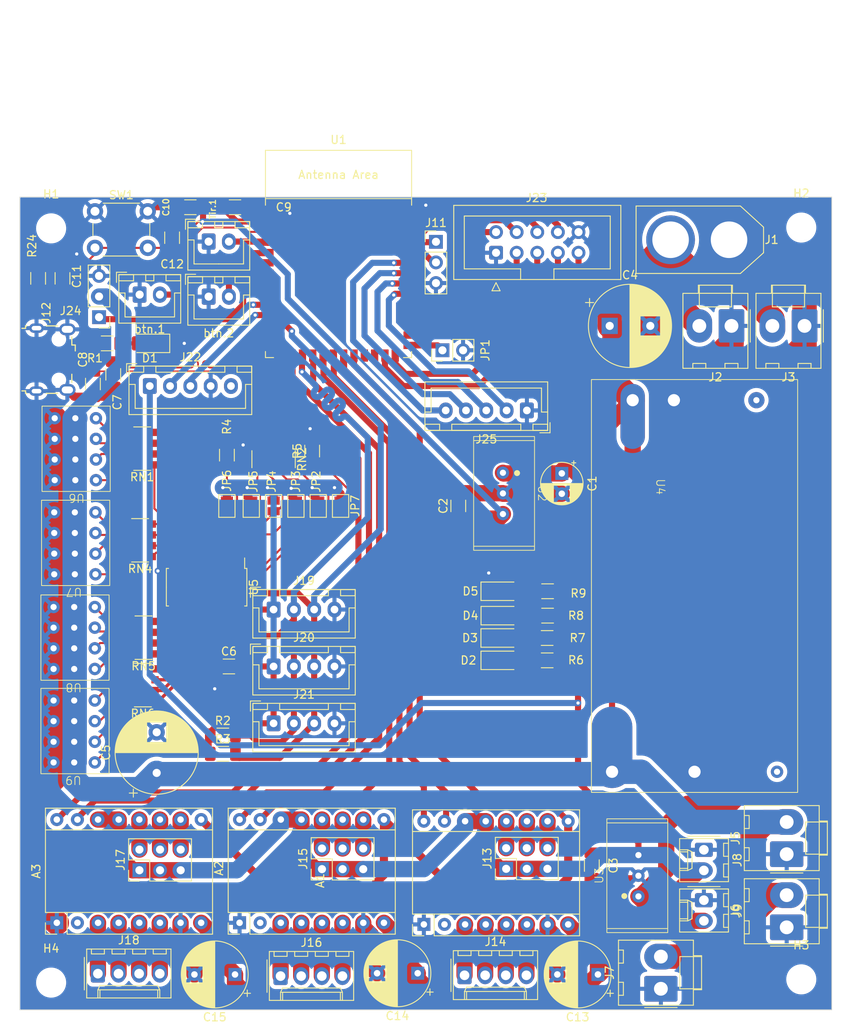
<source format=kicad_pcb>
(kicad_pcb (version 20221018) (generator pcbnew)
  (layers (0 "F.Cu" signal) (31 "B.Cu" signal) (34 "B.Paste" user) (35 "F.Paste" user) (36 "B.SilkS" user "B.Silkscreen") (37 "F.SilkS" user "F.Silkscreen") (38 "B.Mask" user) (39 "F.Mask" user) (44 "Edge.Cuts" user))
  (net 0 "")
  (net 1 "GND")
  (net 2 "+BATT")
  (net 3 "Net-(RN1-R1.1)")
  (net 4 "Net-(RN1-R2.1)")
  (net 5 "Net-(RN1-R3.1)")
  (net 6 "Net-(RN1-R4.1)")
  (net 7 "Net-(RN4-R1.1)")
  (net 8 "Net-(RN4-R2.1)")
  (net 9 "Net-(RN4-R3.1)")
  (net 10 "Net-(RN4-R4.1)")
  (net 11 "Net-(RN5-R1.1)")
  (net 12 "Net-(RN5-R2.1)")
  (net 13 "Net-(RN5-R3.1)")
  (net 14 "Net-(RN5-R4.1)")
  (net 15 "Net-(RN6-R1.1)")
  (net 16 "Net-(RN6-R2.1)")
  (net 17 "Net-(RN6-R3.1)")
  (net 18 "Net-(RN6-R4.1)")
  (net 20 "SCL")
  (net 21 "SDA")
  (net 22 "+5V")
  (net 23 "Net-(JP1-A)")
  (net 24 "Net-(JP2-B)")
  (net 25 "Net-(JP3-B)")
  (net 26 "Net-(JP4-B)")
  (net 27 "Net-(JP5-B)")
  (net 28 "Net-(JP6-B)")
  (net 29 "Net-(JP7-B)")
  (net 31 "Net-(A1-A2)")
  (net 32 "Net-(A1-A1)")
  (net 33 "Net-(A1-B1)")
  (net 34 "Net-(A1-B2)")
  (net 35 "EN")
  (net 36 "Net-(A1-M0)")
  (net 37 "Net-(A1-M1)")
  (net 38 "Net-(A1-M2)")
  (net 39 "STEP1")
  (net 40 "DIR1")
  (net 42 "Net-(A2-A2)")
  (net 43 "Net-(A2-A1)")
  (net 44 "Net-(A2-B1)")
  (net 45 "Net-(A2-B2)")
  (net 46 "Net-(A2-M0)")
  (net 47 "Net-(A2-M1)")
  (net 48 "Net-(A2-M2)")
  (net 49 "STEP2")
  (net 50 "DIR2")
  (net 52 "Net-(A3-A2)")
  (net 53 "Net-(A3-A1)")
  (net 54 "Net-(A3-B1)")
  (net 55 "Net-(A3-B2)")
  (net 56 "Net-(A3-M0)")
  (net 57 "Net-(A3-M1)")
  (net 58 "Net-(A3-M2)")
  (net 59 "STEP3")
  (net 60 "DIR3")
  (net 61 "+3V3")
  (net 62 "/Micro Proccessor/en")
  (net 65 "/Micro Proccessor/D-")
  (net 66 "/Micro Proccessor/D+")
  (net 69 "SPICLK")
  (net 70 "SPIDO")
  (net 71 "SPIDI")
  (net 72 "SPIMS")
  (net 73 "Net-(J11-Pin_2)")
  (net 74 "Net-(J11-Pin_1)")
  (net 75 "Btn1")
  (net 76 "Net-(J12-VBUS)")
  (net 78 "Net-(RN4-R4.2)")
  (net 79 "Net-(RN4-R3.2)")
  (net 80 "Net-(RN4-R2.2)")
  (net 81 "Net-(RN4-R1.2)")
  (net 82 "Net-(RN5-R4.2)")
  (net 83 "Net-(RN5-R3.2)")
  (net 84 "Net-(RN5-R2.2)")
  (net 85 "Net-(RN5-R1.2)")
  (net 86 "Net-(RN6-R4.2)")
  (net 87 "Net-(RN6-R3.2)")
  (net 88 "Net-(RN6-R2.2)")
  (net 89 "Net-(RN6-R1.2)")
  (net 90 "Net-(D1-A)")
  (net 91 "Net-(RN1-R4.2)")
  (net 92 "Net-(RN1-R3.2)")
  (net 93 "Net-(RN1-R2.2)")
  (net 94 "Net-(RN1-R1.2)")
  (net 96 "+5VP")
  (net 98 "Btn2")
  (net 99 "LIDARRX")
  (net 100 "LIDARTX")
  (net 101 "PWMLIDAR")
  (net 102 "Nappe4")
  (net 103 "Nappe8")
  (net 104 "Nappe3")
  (net 105 "Nappe7")
  (net 106 "Nappe2")
  (net 107 "Nappe6")
  (net 108 "Nappe1")
  (net 109 "Nappe5")
  (net 110 "Neopixel")
  (net 111 "+3.3V")
  (net 112 "Tir.")
  (net 113 "Net-(D2-A)")
  (net 114 "Net-(D3-A)")
  (net 115 "Net-(D4-A)")
  (net 116 "Net-(D5-A)")
  (footprint "Resistor_SMD:R_1206_3216Metric_Pad1.30x1.75mm_HandSolder" (layer "F.Cu") (at 89.75 76.25 180)
    (fp_text reference "R8")
    (fp_text value "R_Small")
  )
  (footprint "Connector_PinHeader_2.54mm:PinHeader_1x03_P2.54mm_Vertical" (layer "F.Cu") (at 34.5 39.525 180)
    (fp_text reference "J24")
    (fp_text value "Conn_01x03")
  )
  (footprint "Connector_Molex:Molex_KK-396_A-41791-0002_1x02_P3.96mm_Vertical" (layer "F.Cu") (at 103.705 122.16 90)
    (fp_text reference "J7")
    (fp_text value "Conn_01x02")
  )
  (footprint "Capacitor_THT:CP_Radial_D8.0mm_P5.00mm" (layer "F.Cu") (at 95.95 120.4 180)
    (fp_text reference "C13")
    (fp_text value "C_Polarized")
  )
  (footprint "Connector_Molex:Molex_KK-396_A-41791-0002_1x02_P3.96mm_Vertical" (layer "F.Cu") (at 121.4 40.6 180)
    (fp_text reference "J3")
    (fp_text value "Conn_01x02")
  )
  (footprint "Connector_JST:JST_XH_B4B-XH-A_1x04_P2.50mm_Vertical" (layer "F.Cu") (at 56 75.5)
    (fp_text reference "J19")
    (fp_text value "Conn_01x04")
  )
  (footprint "Resistor_SMD:R_1206_3216Metric_Pad1.30x1.75mm_HandSolder" (layer "F.Cu") (at 60.75 56 90)
    (fp_text reference "R5")
    (fp_text value "R_Small")
  )
  (footprint "Connector_Molex:Molex_KK-254_AE-6410-02A_1x02_P2.54mm_Vertical" (layer "F.Cu") (at 109 111.26 -90)
    (fp_text reference "J9")
    (fp_text value "Conn_01x02")
  )
  (footprint "Jumper:SolderJumper-2_P1.3mm_Open_Pad1.0x1.5mm" (layer "F.Cu") (at 53.25 62.75 -90)
    (fp_text reference "JP5")
    (fp_text value "Jumper_2_Open")
  )
  (footprint "Module:Pololu_Breakout-16_15.2x20.3mm" (layer "F.Cu") (at 74.51 114.24 90)
    (fp_text reference "A1")
    (fp_text value "Pololu_Breakout_DRV8825")
  )
  (footprint "Connector_Molex:Molex_KK-396_A-41791-0002_1x02_P3.96mm_Vertical" (layer "F.Cu") (at 112.4 40.6 180)
    (fp_text reference "J2")
    (fp_text value "Conn_01x02")
  )
  (footprint "Resistor_SMD:R_1206_3216Metric_Pad1.30x1.75mm_HandSolder" (layer "F.Cu") (at 89.7 81.75 180)
    (fp_text reference "R6")
    (fp_text value "R_Small")
  )
  (footprint "Connector_IDC:IDC-Header_2x05_P2.54mm_Vertical" (layer "F.Cu") (at 83.4 31.6 90)
    (fp_text reference "J23")
    (fp_text value "Conn_02x05_Odd_Even")
  )
  (footprint "Connector_AMASS:AMASS_XT60-M_1x02_P7.20mm_Vertical" (layer "F.Cu") (at 112.1 30 180)
    (fp_text reference "J1")
    (fp_text value "Conn_01x02")
  )
  (footprint "LED_SMD:LED_1206_3216Metric_Pad1.42x1.75mm_HandSolder" (layer "F.Cu") (at 40.75 42.75 180)
    (fp_text reference "D1")
    (fp_text value "LED_Small")
  )
  (footprint "LED_SMD:LED_1206_3216Metric_Pad1.42x1.75mm_HandSolder" (layer "F.Cu") (at 84.005 73.25)
    (fp_text reference "D5")
    (fp_text value "LED_Small")
  )
  (footprint "Connector_Molex:Molex_KK-254_AE-6410-04A_1x04_P2.54mm_Vertical" (layer "F.Cu") (at 79.52 120.5)
    (fp_text reference "J14")
    (fp_text value "Conn_01x04")
  )
  (footprint "Module:Pololu_Breakout-16_15.2x20.3mm" (layer "F.Cu") (at 29.3 114.04 90)
    (fp_text reference "A3")
    (fp_text value "Pololu_Breakout_DRV8825")
  )
  (footprint "MountingHole:MountingHole_3.2mm_M3" (layer "F.Cu") (at 28.6 28.6)
    (fp_text reference "H1")
    (fp_text value "MountingHole")
  )
  (footprint "Capacitor_SMD:C_1206_3216Metric_Pad1.33x1.80mm_HandSolder" (layer "F.Cu") (at 95.2 107 -90)
    (fp_text reference "C3")
    (fp_text value "C_Small")
  )
  (footprint "Traco:Traco 2- 24xx" (layer "F.Cu") (at 100.8 108.25 90)
    (fp_text reference "U3")
    (fp_text value "TSR_2-2450")
  )
  (footprint "Capacitor_THT:CP_Radial_D5.0mm_P2.50mm" (layer "F.Cu") (at 91.5 58.75 -90)
    (fp_text reference "C1")
    (fp_text value "C_Polarized")
  )
  (footprint "LED_SMD:LED_1206_3216Metric_Pad1.42x1.75mm_HandSolder" (layer "F.Cu") (at 84.005 81.75)
    (fp_text reference "D2")
    (fp_text value "LED_Small")
  )
  (footprint "Jumper:SolderJumper-2_P1.3mm_Open_Pad1.0x1.5mm" (layer "F.Cu") (at 61.5 62.75 -90)
    (fp_text reference "JP2")
    (fp_text value "Jumper_2_Open")
  )
  (footprint "Connector_JST:JST_XH_B4B-XH-A_1x04_P2.50mm_Vertical" (layer "F.Cu") (at 56 89.5)
    (fp_text reference "J21")
    (fp_text value "Conn_01x04")
  )
  (footprint "Resistor_SMD:R_Array_Convex_4x1206" (layer "F.Cu") (at 39.82 55.7 180)
    (fp_text reference "RN1")
    (fp_text value "R_Pack04")
  )
  (footprint "Connector_Molex:Molex_KK-254_AE-6410-04A_1x04_P2.54mm_Vertical" (layer "F.Cu") (at 34.36 120.3)
    (fp_text reference "J18")
    (fp_text value "Conn_01x04")
  )
  (footprint "Jumper:SolderJumper-2_P1.3mm_Open_Pad1.0x1.5mm" (layer "F.Cu") (at 50.25 62.75 -90)
    (fp_text reference "JP6")
    (fp_text value "Jumper_2_Open")
  )
  (footprint "Capacitor_SMD:C_1206_3216Metric_Pad1.33x1.80mm_HandSolder" (layer "F.Cu") (at 33.75 47.75 -90)
    (fp_text reference "C8")
    (fp_text value "C")
  )
  (footprint "Custom:Servo_Bloc_x04" (layer "F.Cu") (at 31.44 90.5 90)
    (fp_text reference "U9")
    (fp_text value "Servo_Conn_Pack_x04")
  )
  (footprint "Button_Switch_THT:SW_PUSH_6mm" (layer "F.Cu") (at 34 26.5)
    (fp_text reference "SW1")
    (fp_text value "SW_Push")
  )
  (footprint "Package_SO:TSSOP-28_4.4x9.7mm_P0.65mm" (layer "F.Cu") (at 47.75 72.75 -90)
    (fp_text reference "U5")
    (fp_text value "PCA9685PW")
  )
  (footprint "Connector_JST:JST_XH_B2B-XH-A_1x02_P2.50mm_Vertical" (layer "F.Cu") (at 48 30.225)
    (fp_text reference "Tir.1")
    (fp_text value "Conn_01x02")
  )
  (footprint "Connector_PinHeader_2.54mm:PinHeader_2x03_P2.54mm_Vertical" (layer "F.Cu") (at 84.65 107.4 90)
    (fp_text reference "J13")
    (fp_text value "Conn_02x03_Odd_Even")
  )
  (footprint "Resistor_SMD:R_Array_Convex_4x1206" (layer "F.Cu") (at 56 57 -90)
    (fp_text reference "RN2")
    (fp_text value "R_Pack04")
  )
  (footprint "Resistor_SMD:R_Array_Convex_4x1206" (layer "F.Cu") (at 39.56 66.98 180)
    (fp_text reference "RN4")
    (fp_text value "R_Pack04")
  )
  (footprint "Connector_PinHeader_2.54mm:PinHeader_2x03_P2.54mm_Vertical" (layer "F.Cu") (at 61.96 107.44 90)
    (fp_text reference "J15")
    (fp_text value "Conn_02x03_Odd_Even")
  )
  (footprint "Resistor_SMD:R_1206_3216Metric_Pad1.30x1.75mm_HandSolder" (layer "F.Cu") (at 27 34.75 -90)
    (fp_text reference "R24")
    (fp_text value "R")
  )
  (footprint "Capacitor_SMD:C_1206_3216Metric_Pad1.33x1.80mm_HandSolder" (layer "F.Cu") (at 43.5 29.75 90)
    (fp_text reference "C12")
    (fp_text value "C")
  )
  (footprint "Resistor_SMD:R_Array_Convex_4x1206" (layer "F.Cu") (at 39.98 78.96 180)
    (fp_text reference "RN5")
    (fp_text value "R_Pack04")
  )
  (footprint "MountingHole:MountingHole_3.2mm_M3" (layer "F.Cu") (at 28.6 121.4)
    (fp_text reference "H4")
    (fp_text value "MountingHole")
  )
  (footprint "LED_SMD:LED_1206_3216Metric_Pad1.42x1.75mm_HandSolder" (layer "F.Cu") (at 84 79)
    (fp_text reference "D3")
    (fp_text value "LED_Small")
  )
  (footprint "Capacitor_SMD:C_1206_3216Metric_Pad1.33x1.80mm_HandSolder" (layer "F.Cu") (at 30 34.75 90)
    (fp_text reference "C11")
    (fp_text value "C")
  )
  (footprint "Capacitor_THT:CP_Radial_D8.0mm_P5.00mm" (layer "F.Cu") (at 51.25 120.4 180)
    (fp_text reference "C15")
    (fp_text value "C_Polarized")
  )
  (footprint "Resistor_SMD:R_1206_3216Metric_Pad1.30x1.75mm_HandSolder" (layer "F.Cu") (at 35.5 42.75 180)
    (fp_text reference "R1")
    (fp_text value "R_Small")
  )
  (footprint "Custom:Servo_Bloc_x04" (layer "F.Cu") (at 31.44 79 90)
    (fp_text reference "U8")
    (fp_text value "Servo_Conn_Pack_x04")
  )
  (footprint "Jumper:SolderJumper-2_P1.3mm_Open_Pad1.0x1.5mm" (layer "F.Cu") (at 58.75 62.75 -90)
    (fp_text reference "JP3")
    (fp_text value "Jumper_2_Open")
  )
  (footprint "MountingHole:MountingHole_3.2mm_M3" (layer "F.Cu") (at 121 121)
    (fp_text reference "H3")
    (fp_text value "MountingHole")
  )
  (footprint "Connector_Molex:Molex_KK-254_AE-6410-04A_1x04_P2.54mm_Vertical" (layer "F.Cu") (at 56.86 120.6)
    (fp_text reference "J16")
    (fp_text value "Conn_01x04")
  )
  (footprint "Resistor_SMD:R_1206_3216Metric_Pad1.30x1.75mm_HandSolder" (layer "F.Cu") (at 49.75 93.25)
    (fp_text reference "R3")
    (fp_text value "R")
  )
  (footprint "Connector_USB:USB_Micro-B_Wuerth_629105150521" (layer "F.Cu") (at 28.75 44.75 -90)
    (fp_text reference "J12")
    (fp_text value "USB_B_Micro")
  )
  (footprint "Capacitor_SMD:C_1206_3216Metric_Pad1.33x1.80mm_HandSolder" (layer "F.Cu") (at 50.5 82.5)
    (fp_text reference "C6")
    (fp_text value "C_Small")
  )
  (footprint "Capacitor_THT:CP_Radial_D10.0mm_P5.00mm" (layer "F.Cu") (at 41.6 95.6 90)
    (fp_text reference "C5")
    (fp_text value "C_Polarized")
  )
  (footprint "Capacitor_SMD:C_1206_3216Metric_Pad1.33x1.80mm_HandSolder" (layer "F.Cu") (at 36.25 46.5625 -90)
    (fp_text reference "C7")
    (fp_text value "C")
  )
  (footprint "MountingHole:MountingHole_3.2mm_M3" (layer "F.Cu") (at 121 28.5)
    (fp_text reference "H2")
    (fp_text value "MountingHole")
  )
  (footprint "Connector_Molex:Molex_KK-396_A-41791-0002_1x02_P3.96mm_Vertical" (layer "F.Cu") (at 119.2 105.6 90)
    (fp_text reference "J5")
    (fp_text value "Conn_01x02")
  )
  (footprint "Capacitor_THT:CP_Radial_D8.0mm_P5.00mm" (layer "F.Cu") (at 73.75 120.25 180)
    (fp_text reference "C14")
    (fp_text value "C_Polarized")
  )
  (footprint "Connector_JST:JST_XH_B5B-XH-A_1x05_P2.50mm_Vertical" (layer "F.Cu") (at 87.2 51 180)
    (fp_text reference "J25")
    (fp_text value "Conn_01x05")
  )
  (footprint "Connector_JST:JST_XH_B2B-XH-A_1x02_P2.50mm_Vertical" (layer "F.Cu") (at 48 37)
    (fp_text reference "btn.2")
    (fp_text value "Conn_01x02")
  )
  (footprint "Jumper:SolderJumper-2_P1.3mm_Open_Pad1.0x1.5mm" (layer "F.Cu") (at 56 62.75 -90)
    (fp_text reference "JP4")
    (fp_text value "Jumper_2_Open")
  )
  (footprint "Connector_Molex:Molex_KK-254_AE-6410-02A_1x02_P2.54mm_Vertical" (layer "F.Cu") (at 109 105.06 -90)
    (fp_text reference "J8")
    (fp_text value "Conn_01x02")
  )
  (footprint "Connector_JST:JST_XH_B5B-XH-A_1x05_P2.50mm_Vertical" (layer "F.Cu") (at 40.75 48)
    (fp_text reference "J22")
    (fp_text value "Conn_01x05")
  )
  (footprint "Capacitor_THT:CP_Radial_D10.0mm_P5.00mm" (layer "F.Cu") (at 97.4 40.6)
    (fp_text reference "C4")
    (fp_text value "C_Polarized")
  )
  (footprint "Resistor_SMD:R_Array_Convex_4x1206" (layer "F.Cu") (at 39.9 84.8 180)
    (fp_text reference "RN6")
    (fp_text value "R_Pack04")
  )
  (footprint "Resistor_SMD:R_1206_3216Metric_Pad1.30x1.75mm_HandSolder" (layer "F.Cu") (at 89.75 73.25 180)
    (fp_text reference "R9")
    (fp_text value "R_Small")
  )
  (footprint "Capacitor_SMD:C_1206_3216Metric_Pad1.33x1.80mm_HandSolder" (layer "F.Cu") (at 51.25 26)
    (fp_text reference "C9")
    (fp_text value "C")
  )
  (footprint "Resistor_SMD:R_1206_3216Metric_Pad1.30x1.75mm_HandSolder" (layer "F.Cu") (at 50.25 56.5 90)
    (fp_text reference "R4")
    (fp_text value "R_Small")
  )
  (footprint "Module:Pololu_Breakout-16_15.2x20.3mm" (layer "F.Cu") (at 51.81 114.04 90)
    (fp_text reference "A2")
    (fp_text value "Pololu_Breakout_DRV8825")
  )
  (footprint "Connector_Molex:Molex_KK-396_A-41791-0002_1x02_P3.96mm_Vertical" (layer "F.Cu") (at 119.2 114.6 90)
    (fp_text reference "J6")
    (fp_text value "Conn_01x02")
  )
  (footprint "ESP32:ESP32-S3-WROOM-1" (layer "F.Cu") (at 64 34.75)
    (fp_text reference "U1")
    (fp_text value "ESP32-S3-WROOM-1")
  )
  (footprint "Traco:Traco 2- 24xx" (layer "F.Cu") (at 84.39 61.21 -90)
    (fp_text reference "U2")
    (fp_text value "TSR_2-2433")
  )
  (footprint "Capacitor_SMD:C_1206_3216Metric_Pad1.33x1.80mm_HandSolder" (layer "F.Cu") (at 45.75 26 180)
    (fp_text reference "C10")
    (fp_text value "C")
  )
  (footprint "Custom:Servo_Bloc_x04" (layer "F.Cu") (at 31.52 67.35 90)
    (fp_text reference "U7")
    (fp_text value "Servo_Conn_Pack_x04")
  )
  (footprint "Custom:Servo_Bloc_x04" (layer "F.Cu") (at 31.58 55.77 90)
    (fp_text reference "U6")
    (fp_text value "Servo_Conn_Pack_x04")
  )
  (footprint "LED_SMD:LED_1206_3216Metric_Pad1.42x1.75mm_HandSolder" (layer "F.Cu") (at 84.0125 76.25)
    (fp_text reference "D4")
    (fp_text value "LED_Small")
  )
  (footprint "Connector_JST:JST_XH_B2B-XH-A_1x02_P2.50mm_Vertical" (layer "F.Cu") (at 39.5 36.75)
    (fp_text reference "btn.1")
    (fp_text value "Conn_01x02")
  )
  (footprint "Jumper:SolderJumper-2_P1.3mm_Open_Pad1.0x1.5mm" (layer "F.Cu") (at 64.25 62.75 -90)
    (fp_text reference "JP7")
    (fp_text value "Jumper_2_Open")
  )
  (footprint "Connector_PinHeader_2.54mm:PinHeader_2x03_P2.54mm_Vertical" (layer "F.Cu") (at 39.475 107.575 90)
    (fp_text reference "J17")
    (fp_text value "Conn_02x03_Odd_Even")
  )
  (footprint "Connector_PinHeader_2.54mm:PinHeader_1x02_P2.54mm_Vertical" (layer "F.Cu") (at 76.8 43.6 90)
    (fp_text reference "JP1")
    (fp_text value "Jumper_2_Open")
  )
  (footprint "Resistor_SMD:R_1206_3216Metric_Pad1.30x1.75mm_HandSolder" (layer "F.Cu") (at 49.75 91)
    (fp_text reference "R2")
    (fp_text value "R")
  )
  (footprint "Connector_JST:JST_XH_B4B-XH-A_1x04_P2.50mm_Vertical" (layer "F.Cu") (at 56 82.5)
    (fp_text reference "J20")
    (fp_text value "Conn_01x04")
  )
  (footprint "Capacitor_SMD:C_1206_3216Metric_Pad1.33x1.80mm_HandSolder" (layer "F.Cu") (at 78.75 62.75 90)
    (fp_text reference "C2")
    (fp_text value "C_Small")
  )
  (footprint "Resistor_SMD:R_1206_3216Metric_Pad1.30x1.75mm_HandSolder" (layer "F.Cu") (at 89.695 79 180)
    (fp_text reference "R7")
    (fp_text value "R_Small")
  )
  (footprint "Connector_PinHeader_2.54mm:PinHeader_1x03_P2.54mm_Vertical" (layer "F.Cu") (at 76 30.25)
    (fp_text reference "J11")
    (fp_text value "Conn_01x03")
  )
  (footprint "Traco:Traco TEN 50 series" (layer "F.Cu") (at 107.75 72.5 -90)
    (fp_text reference "U4")
    (fp_text value "TEN_50-2411WI")
  )
  (gr_rect locked (start 24.75 24.75) (end 124.75 124.75) (stroke (width 0.1)) (fill none) (layer "Edge.Cuts"))
  (segment (start 112.4 40.6) (end 112.4 42.65) (width 3) (layer "F.Cu") (net 1))
  (segment (start 78.75 61.1875) (end 84.2275 61.1875) (width 2) (layer "F.Cu") (net 1))
  (segment (start 115.1 30) (end 121.4 36.3) (width 3) (layer "F.Cu") (net 1))
  (segment (start 44.54 116.29) (end 46.25 118) (width 2) (layer "F.Cu") (net 1))
  (segment (start 102.4 40.6) (end 103.2 41.4) (width 3) (layer "F.Cu") (net 1))
  (segment (start 50.25 54.95) (end 51.95 54.95) (width 1) (layer "F.Cu") (net 1))
  (segment (start 90.4 119.85) (end 90.95 120.4) (width 2) (layer "F.Cu") (net 1))
  (segment (start 82.525 73.2575) (end 82.5175 73.25) (width 0.75) (layer "F.Cu") (net 1))
  (segment (start 67.05 114.04) (end 67.05 114.61127) (width 2) (layer "F.Cu") (net 1))
  (segment (start 51.95 54.95) (end 52.25 55.25) (width 1) (layer "F.Cu") (net 1))
  (segment (start 91.5 61.25) (end 84.29 61.25) (width 2) (layer "F.Cu") (net 1))
  (segment (start 114.2 45.6) (end 112.4 43.8) (width 3) (layer "F.Cu") (net 1))
  (segment (start 29.04 51.96) (end 28.9 52.1) (width 3) (layer "F.Cu") (net 1))
  (segment (start 28.9 94.31) (end 28.9 96.35) (width 3) (layer "F.Cu") (net 1))
  (segment (start 44.54 114.04) (end 44.54 116.29) (width 2) (layer "F.Cu") (net 1))
  (segment (start 121.4 43) (end 118.8 45.6) (width 3) (layer "F.Cu") (net 1))
  (segment (start 48.9375 82.5) (end 48.9375 85.0625) (width 0.25) (layer "F.Cu") (net 1))
  (segment (start 41 26.5) (end 40.5 26.5) (width 0.25) (layer "F.Cu") (net 1))
  (segment (start 62.5 32.81) (end 63.9 32.81) (width 0.75) (layer "F.Cu") (net 1))
  (segment (start 58 55.5) (end 59.7 55.5) (width 1) (layer "F.Cu") (net 1))
  (segment (start 61.1 32.81) (end 62.5 32.81) (width 0.75) (layer "F.Cu") (net 1))
  (segment (start 50.025 75.6125) (end 50.025 81.4125) (width 0.25) (layer "F.Cu") (net 1))
  (segment (start 35.0625 49.3125) (end 36.25 48.125) (width 1) (layer "F.Cu") (net 1))
  (segment (start 30 33.1875) (end 30.3125 33.1875) (width 0.25) (layer "F.Cu") (net 1))
  (segment (start 30.65 46.05) (end 30.65 48.425) (width 0.25) (layer "F.Cu") (net 1))
  (segment (start 105.31 48.51) (end 105.31 49.74) (width 3) (layer "F.Cu") (net 1))
  (segment (start 74.01 26.49) (end 74.75 25.75) (width 0.25) (layer "F.Cu") (net 1))
  (segment (start 52.25 55.25) (end 53.75 55.25) (width 1) (layer "F.Cu") (net 1))
  (segment (start 52.8125 26) (end 54.76 26) (width 0.75) (layer "F.Cu") (net 1))
  (segment (start 57.74 26.49) (end 58 26.75) (width 0.75) (layer "F.Cu") (net 1))
  (segment (start 41.75 70.75) (end 42.6625 70.75) (width 0.5) (layer "F.Cu") (net 1))
  (segment (start 43.5 28.4375) (end 42.9375 28.4375) (width 0.25) (layer "F.Cu") (net 1))
  (segment (start 112.1 30) (end 115.1 30) (width 3) (layer "F.Cu") (net 1))
  (segment (start 45 42.75) (end 42.2375 42.75) (width 0.5) (layer "F.Cu") (net 1))
  (segment (start 103.2 41.4) (end 103.2 46.4) (width 3) (layer "F.Cu") (net 1))
  (segment (start 84.29 61.25) (end 84.25 61.21) (width 2) (layer "F.Cu") (net 1))
  (segment (start 63.9 35.61) (end 63.9 34.21) (width 0.75) (layer "F.Cu") (net 1))
  (segment (start 121.4 36.3) (end 121.4 40.6) (width 3) (layer "F.Cu") (net 1))
  (segment (start 68 119.5) (end 68.75 120.25) (width 2) (layer "F.Cu") (net 1))
  (segment (start 68 115.56127) (end 68 119.5) (width 2) (layer "F.Cu") (net 1))
  (segment (start 67.05 114.61127) (end 68 115.56127) (width 2) (layer "F.Cu") (net 1))
  (segment (start 89.75 114.24) (end 89.75 114.81127) (width 2) (layer "F.Cu") (net 1))
  (segment (start 82.5175 71.0175) (end 82.5 71) (width 0.75) (layer "F.Cu") (net 1))
  (segment (start 62.5 34.21) (end 63.9 34.21) (width 0.75) (layer "F.Cu") (net 1))
  (segment (start 33.75 49.3125) (end 35.0625 49.3125) (width 1) (layer "F.Cu") (net 1))
  (segment (start 48.9375 85.0625) (end 48.75 85.25) (width 0.25) (layer "F.Cu") (net 1))
  (segment (start 61.1 29.85) (end 61.1 32.81) (width 0.75) (layer "F.Cu") (net 1))
  (segment (start 90.4 115.46127) (end 90.4 119.85) (width 2) (layer "F.Cu") (net 1))
  (segment (start 95.2 108.5625) (end 100.6275 108.5625) (width 0.75) (layer "F.Cu") (net 1))
  (segment (start 54 55.5) (end 58 55.5) (width 1) (layer "F.Cu") (net 1))
  (segment (start 82.5175 81.75) (end 82.5175 79.005) (width 0.75) (layer "F.Cu") (net 1))
  (segment (start 112.4 43.8) (end 112.4 40.6) (width 3) (layer "F.Cu") (net 1))
  (segment (start 30.65 48.425) (end 30.6 48.475) (width 0.5) (layer "F.Cu") (net 1))
  (segment (start 60.5 54.2) (end 60.75 54.45) (width 1) (layer "F.Cu") (net 1))
  (segment (start 31.4375 49.3125) (end 33.75 49.3125) (width 1) (layer "F.Cu") (net 1))
  (segment (start 61.1 32.81) (end 61.1 34.21) (width 0.75) (layer "F.Cu") (net 1))
  (segment (start 121.4 40.6) (end 121.4 43) (width 3) (layer "F.Cu") (net 1))
  (segment (start 100.6275 108.5625) (end 100.94 108.25) (width 0.75) (layer "F.Cu") (net 1))
  (segment (start 42.6625 70.75) (end 43.525 69.8875) (width 0.5) (layer "F.Cu") (net 1))
  (segment (start 26.5 111.24) (end 29.3 114.04) (width 3) (layer "F.Cu") (net 1))
  (segment (start 30.3125 33.1875) (end 31.75 31.75) (width 0.25) (layer "F.Cu") (net 1))
  (segment (start 63.9 32.81) (end 63.9 34.21) (width 0.75) (layer "F.Cu") (net 1))
  (segment (start 61.1 35.61) (end 62.5 35.61) (width 0.75) (layer "F.Cu") (net 1))
  (segment (start 61.1 34.21) (end 61.1 35.61) (width 0.75) (layer "F.Cu") (net 1))
  (segment (start 82.5175 73.25) (end 82.5175 71.0175) (width 0.75) (layer "F.Cu") (net 1))
  (segment (start 26.5 98.75) (end 26.5 111.24) (width 3) (layer "F.Cu") (net 1))
  (segment (start 30.6 48.475) (end 31.4375 49.3125) (width 1) (layer "F.Cu") (net 1))
  (segment (start 60.5 53.25) (end 60.5 54.2) (width 1) (layer "F.Cu") (net 1))
  (segment (start 41 26) (end 40.5 26.5) (width 0.75) (layer "F.Cu") (net 1))
  (segment (start 28.9 52.1) (end 28.9 94.31) (width 3) (layer "F.Cu") (net 1))
  (segment (start 62.5 34.21) (end 61.1 34.21) (width 0.75) (layer "F.Cu") (net 1))
  (segment (start 103.2 46.4) (end 105.31 48.51) (width 3) (layer "F.Cu") (net 1))
  (segment (start 82.525 76.25) (end 82.525 73.2575) (width 0.75) (layer "F.Cu") (net 1))
  (segment (start 62.5 35.61) (end 63.9 35.61) (width 0.75) (layer "F.Cu") (net 1))
  (segment (start 72.75 26.49) (end 74.01 26.49) (width 0.25) (layer "F.Cu") (net 1))
  (segment (start 112.4 42.65) (end 105.31 49.74) (width 3) (layer "F.Cu") (net 1))
  (segment (start 82.5175 79.005) (end 82.5125 79) (width 0.75) (layer "F.Cu") (net 1))
  (segment (start 82.5125 76.2625) (end 82.525 76.25) (width 0.75) (layer "F.Cu") (net 1))
  (segment (start 89.75 114.81127) (end 90.4 115.46127) (width 2) (layer "F.Cu") (net 1))
  (segment (start 50.025 81.4125) (end 48.9375 82.5) (width 0.25) (layer "F.Cu") (net 1))
  (segment (start 44.1875 26) (end 41 26) (width 0.75) (layer "F.Cu") (net 1))
  (segment (start 62.5 34.21) (end 62.5 35.61) (width 0.75) (layer "F.Cu") (net 1))
  (segment (start 55.25 26.49) (end 57.74 26.49) (width 0.75) (layer "F.Cu") (net 1))
  (segment (start 46.25 118) (end 46.25 120.4) (width 2) (layer "F.Cu") (net 1))
  (segment (start 43.5 26.6875) (end 44.1875 26) (width 0.75) (layer "F.Cu") (net 1))
  (segment (start 43.5 28.1875) (end 43.5 26.6875) (width 0.75) (layer "F.Cu") (net 1))
  (segment (start 28.9 96.35) (end 26.5 98.75) (width 3) (layer "F.Cu") (net 1))
  (segment (start 58 26.75) (end 61.1 29.85) (width 0.75) (layer "F.Cu") (net 1))
  (segment (start 53.75 55.25) (end 54 55.5) (width 1) (layer "F.Cu") (net 1))
  (segment (start 62.5 34.21) (end 62.5 32.81) (width 0.75) (layer "F.Cu") (net 1))
  (segment (start 118.8 45.6) (end 114.2 45.6) (width 3) (layer "F.Cu") (net 1))
  (segment (start 82.5125 79) (end 82.5125 76.2625) (width 0.75) (layer "F.Cu") (net 1))
  (segment (start 84.2275 61.1875) (end 84.25 61.21) (width 2) (layer "F.Cu") (net 1))
  (segment (start 59.7 55.5) (end 60.75 54.45) (width 1) (layer "F.Cu") (net 1))
  (segment (start 54.76 26) (end 55.25 26.49) (width 0.75) (layer "F.Cu") (net 1))
  (via (at 31.75 31.75) (size 0.8) (drill 0.4) (layers "F.Cu" "B.Cu") (net 1))
  (via (at 41.75 70.75) (size 0.8) (drill 0.4) (layers "F.Cu" "B.Cu") (net 1))
  (via (at 58 26.75) (size 0.8) (drill 0.4) (layers "F.Cu" "B.Cu") (net 1))
  (via (at 48.75 85.25) (size 0.8) (drill 0.4) (layers "F.Cu" "B.Cu") (net 1))
  (via (at 82.5 71) (size 0.8) (drill 0.4) (layers "F.Cu" "B.Cu") (net 1))
  (via (at 52.25 55.25) (size 0.8) (drill 0.4) (layers "F.Cu" "B.Cu") (net 1))
  (via (at 74.75 25.75) (size 0.8) (drill 0.4) (layers "F.Cu" "B.Cu") (net 1))
  (via (at 45 42.75) (size 0.8) (drill 0.4) (layers "F.Cu" "B.Cu") (net 1))
  (via (at 60.5 53.25) (size 0.8) (drill 0.4) (layers "F.Cu" "B.Cu") (net 1))
  (segment (start 102.25 114.25) (end 96.1 120.4) (width 2) (layer "F.Cu") (net 2))
  (segment (start 72.552651 117.002651) (end 69.59 114.04) (width 2) (layer "F.Cu") (net 2))
  (segment (start 107 99.4) (end 104.364688 102.035312) (width 2) (layer "F.Cu") (net 2))
  (segment (start 104.364688 102.035312) (end 104.364688 107.6) (width 2) (layer "F.Cu") (net 2))
  (segment (start 96.1 120.4) (end 95.95 120.4) (width 2) (layer "F.Cu") (net 2))
  (segment (start 84.33 58.75) (end 84.25 58.67) (width 2) (layer "F.Cu") (net 2))
  (segment (start 114.4 97.4) (end 112.4 99.4) (width 2) (layer "F.Cu") (net 2))
  (segment (start 73.75 120.25) (end 70.5 123.5) (width 2) (layer "F.Cu") (net 2))
  (segment (start 72.552651 119.052651) (end 72.552651 117.002651) (width 2) (layer "F.Cu") (net 2))
  (segment (start 95.25 68.25) (end 95.25 61.5) (width 0.75) (layer "F.Cu") (net 2))
  (segment (start 98 41.2) (end 98 47.51) (width 3) (layer "F.Cu") (net 2))
  (segment (start 76 123.2) (end 93.15 123.2) (width 2) (layer "F.Cu") (net 2))
  (segment (start 51.25 121.45) (end 51.25 120.4) (width 2) (layer "F.Cu") (net 2))
  (segment (start 117.44 39.745356) (end 117.44 40.6) (width 3) (layer "F.Cu") (net 2))
  (segment (start 104.9 30) (end 104.9 37.06) (width 3) (layer "F.Cu") (net 2))
  (segment (start 100.23 49.74) (end 100.23 66.98) (width 2) (layer "F.Cu") (net 2))
  (segment (start 97.4 37.5) (end 104.9 30) (width 3) (layer "F.Cu") (net 2))
  (segment (start 49.1 116.06) (end 47.08 114.04) (width 2) (layer "F.Cu") (net 2))
  (segment (start 97.4 40.6) (end 98 41.2) (width 3) (layer "F.Cu") (net 2))
  (segment (start 95.25 61.5) (end 92.5 58.75) (width 0.75) (layer "F.Cu") (net 2))
  (segment (start 95.95 117.9) (end 92.29 114.24) (width 2) (layer "F.Cu") (net 2))
  (segment (start 92.5 58.75) (end 91.5 58.75) (width 0.75) (layer "F.Cu") (net 2))
  (segment (start 102.25 112.1) (end 102.25 114.25) (width 2) (layer "F.Cu") (net 2))
  (segment (start 70.5 123.5) (end 53.3 123.5) (width 2) (layer "F.Cu") (net 2))
  (segment (start 101.174688 110.79) (end 100.94 110.79) (width 2) (layer "F.Cu") (net 2))
  (segment (start 104.9 31.3) (end 109.4 35.8) (width 3) (layer "F.Cu") (net 2))
  (segment (start 53.3 123.5) (end 51.25 121.45) (width 2) (layer "F.Cu") (net 2))
  (segment (start 104.9 37.06) (end 108.44 40.6) (width 3) (layer "F.Cu") (net 2))
  (segment (start 91.5 58.75) (end 84.33 58.75) (width 2) (layer "F.Cu") (net 2))
  (segment (start 73.75 120.25) (end 72.552651 119.052651) (width 2) (layer "F.Cu") (net 2))
  (segment (start 95.95 120.4) (end 95.95 117.9) (width 2) (layer "F.Cu") (net 2))
  (segment (start 91.3 72.2) (end 95.25 68.25) (width 0.75) (layer "F.Cu") (net 2))
  (segment (start 113.494644 35.8) (end 117.44 39.745356) (width 3) (layer "F.Cu") (net 2))
  (segment (start 73.75 120.95) (end 76 123.2) (width 2) (layer "F.Cu") (net 2))
  (segment (start 104.9 30) (end 104.9 31.3) (width 3) (layer "F.Cu") (net 2))
  (segment (start 112.4 99.4) (end 107 99.4) (width 2) (layer "F.Cu") (net 2))
  (segment (start 97.4 40.6) (end 97.4 37.5) (width 3) (layer "F.Cu") (net 2))
  (segment (start 50.2 119.35) (end 50.2 117.2) (width 2) (layer "F.Cu") (net 2))
  (segment (start 50.2 117.2) (end 49.1 116.1) (width 2) (layer "F.Cu") (net 2))
  (segment (start 73.75 120.25) (end 73.75 120.95) (width 2) (layer "F.Cu") (net 2))
  (segment (start 98 47.51) (end 100.23 49.74) (width 3) (layer "F.Cu") (net 2))
  (segment (start 109.4 35.8) (end 113.494644 35.8) (width 3) (layer "F.Cu") (net 2))
  (segment (start 91.5 58.75) (end 91.5 58.47) (width 2) (layer "F.Cu") (net 2))
  (segment (start 51.25 120.4) (end 50.2 119.35) (width 2) (layer "F.Cu") (net 2))
  (segment (start 104.364688 107.6) (end 101.174688 110.79) (width 2) (layer "F.Cu") (net 2))
  (segment (start 100.23 66.98) (end 114.4 81.15) (width 2) (layer "F.Cu") (net 2))
  (segment (start 93.15 123.2) (end 95.95 120.4) (width 2) (layer "F.Cu") (net 2))
  (segment (start 91.5 58.47) (end 100.23 49.74) (width 2) (layer "F.Cu") (net 2))
  (segment (start 49.1 116.1) (end 49.1 116.06) (width 2) (layer "F.Cu") (net 2))
  (segment (start 91.3 73.25) (end 91.3 72.2) (width 0.75) (layer "F.Cu") (net 2))
  (segment (start 114.4 81.15) (end 114.4 97.4) (width 2) (layer "F.Cu") (net 2))
  (segment (start 100.94 110.79) (end 102.25 112.1) (width 2) (layer "F.Cu") (net 2))
  (segment (start 46.775 68.525) (end 46.775 69.8875) (width 0.25) (layer "F.Cu") (net 3))
  (segment (start 41.32 57.7) (end 41.32 63.07) (width 0.25) (layer "F.Cu") (net 3))
  (segment (start 41.32 63.07) (end 46.775 68.525) (width 0.25) (layer "F.Cu") (net 3))
  (segment (start 42.75 57.77038) (end 42.75 63.5) (width 0.25) (layer "F.Cu") (net 4))
  (segment (start 41.33962 56.36) (end 42.75 57.77038) (width 0.25) (layer "F.Cu") (net 4))
  (segment (start 42.75 63.5) (end 47.425 68.175) (width 0.25) (layer "F.Cu") (net 4))
  (segment (start 47.425 68.175) (end 47.425 69.8875) (width 0.25) (layer "F.Cu") (net 4))
  (segment (start 41.32 56.36) (end 41.33962 56.36) (width 0.25) (layer "F.Cu") (net 4))
  (segment (start 43.5 63) (end 43.5 57.18038) (width 0.25) (layer "F.Cu") (net 5))
  (segment (start 41.35962 55.04) (end 41.32 55.04) (width 0.25) (layer "F.Cu") (net 5))
  (segment (start 48.075 69.8875) (end 48.075 67.575) (width 0.25) (layer "F.Cu") (net 5))
  (segment (start 43.5 57.18038) (end 41.35962 55.04) (width 0.25) (layer "F.Cu") (net 5))
  (segment (start 48.075 67.575) (end 43.5 63) (width 0.25) (layer "F.Cu") (net 5))
  (segment (start 44.25 62.75) (end 44.25 56.61038) (width 0.25) (layer "F.Cu") (net 6))
  (segment (start 48.725 69.8875) (end 48.725 67.225) (width 0.25) (layer "F.Cu") (net 6))
  (segment (start 44.25 56.61038) (end 41.33962 53.7) (width 0.25) (layer "F.Cu") (net 6))
  (segment (start 48.725 67.225) (end 44.25 62.75) (width 0.25) (layer "F.Cu") (net 6))
  (segment (start 41.33962 53.7) (end 41.32 53.7) (width 0.25) (layer "F.Cu") (net 6))
  (segment (start 43.476042 68.5) (end 44.175 69.198958) (width 0.25) (layer "F.Cu") (net 7))
  (segment (start 44.175 69.198958) (end 44.175 69.8875) (width 0.25) (layer "F.Cu") (net 7))
  (segment (start 41.54 68.5) (end 43.476042 68.5) (width 0.25) (layer "F.Cu") (net 7))
  (segment (start 41.06 68.98) (end 41.54 68.5) (width 0.25) (layer "F.Cu") (net 7))
  (segment (start 43.315 67.64) (end 44.825 69.15) (width 0.25) (layer "F.Cu") (net 8))
  (segment (start 44.825 69.15) (end 44.825 69.8875) (width 0.25) (layer "F.Cu") (net 8))
  (segment (start 41.06 67.64) (end 43.315 67.64) (width 0.25) (layer "F.Cu") (net 8))
  (segment (start 41.06 66.32) (end 42.645 66.32) (width 0.25) (layer "F.Cu") (net 9))
  (segment (start 42.645 66.32) (end 45.475 69.15) (width 0.25) (layer "F.Cu") (net 9))
  (segment (start 45.475 69.15) (end 45.475 69.8875) (width 0.25) (layer "F.Cu") (net 9))
  (segment (start 41.06 64.98) (end 42.156042 64.98) (width 0.25) (layer "F.Cu") (net 10))
  (segment (start 46.125 68.948958) (end 46.125 69.8875) (width 0.25) (layer "F.Cu") (net 10))
  (segment (start 42.156042 64.98) (end 46.125 68.948958) (width 0.25) (layer "F.Cu") (net 10))
  (segment (start 45.475 77.925) (end 45.475 75.6125) (width 0.4) (layer "F.Cu") (net 11))
  (segment (start 41.48 80.96) (end 42.44 80.96) (width 0.4) (layer "F.Cu") (net 11))
  (segment (start 42.44 80.96) (end 45.475 77.925) (width 0.4) (layer "F.Cu") (net 11))
  (segment (start 42.38 79.62) (end 44.825 77.175) (width 0.4) (layer "F.Cu") (net 12))
  (segment (start 41.48 79.62) (end 42.38 79.62) (width 0.4) (layer "F.Cu") (net 12))
  (segment (start 44.825 77.175) (end 44.825 75.6125) (width 0.4) (layer "F.Cu") (net 12))
  (segment (start 44.175 76.625) (end 44.175 75.6125) (width 0.4) (layer "F.Cu") (net 13))
  (segment (start 42.5 78.3) (end 44.175 76.625) (width 0.4) (layer "F.Cu") (net 13))
  (segment (start 41.48 78.3) (end 42.5 78.3) (width 0.4) (layer "F.Cu") (net 13))
  (segment (start 41.48 76.96) (end 42.1775 76.96) (width 0.4) (layer "F.Cu") (net 14))
  (segment (start 42.1775 76.96) (end 43.525 75.6125) (width 0.4) (layer "F.Cu") (net 14))
  (segment (start 41.4 86.8) (end 41.8 86.8) (width 0.4) (layer "F.Cu") (net 15))
  (segment (start 41.8 86.8) (end 46.6 82) (width 0.4) (layer "F.Cu") (net 15))
  (segment (start 48.075 79.925) (end 48.075 75.6125) (width 0.4) (layer "F.Cu") (net 15))
  (segment (start 46.6 82) (end 46.6 81.4) (width 0.4) (layer "F.Cu") (net 15))
  (segment (start 46.6 81.4) (end 48.075 79.925) (width 0.4) (layer "F.Cu") (net 15))
  (segment (start 41.4 85.46) (end 42.291472 85.46) (width 0.4) (layer "F.Cu") (net 16))
  (segment (start 47.425 79.726472) (end 47.425 75.6125) (width 0.4) (layer "F.Cu") (net 16))
  (segment (start 46 81.151472) (end 47.425 79.726472) (width 0.4) (layer "F.Cu") (net 16))
  (segment (start 46 81.751472) (end 46 81.151472) (width 0.4) (layer "F.Cu") (net 16))
  (segment (start 42.291472 85.46) (end 46 81.751472) (width 0.4) (layer "F.Cu") (net 16))
  (segment (start 46.775 79.527944) (end 46.775 75.6125) (width 0.4) (layer "F.Cu") (net 17))
  (segment (start 41.4 84.14) (end 42.762944 84.14) (width 0.4) (layer "F.Cu") (net 17))
  (segment (start 45.4 80.902944) (end 46.775 79.527944) (width 0.4) (layer "F.Cu") (net 17))
  (segment (start 42.762944 84.14) (end 45.4 81.502944) (width 0.4) (layer "F.Cu") (net 17))
  (segment (start 45.4 81.502944) (end 45.4 80.902944) (width 0.4) (layer "F.Cu") (net 17))
  (segment (start 46.125 78.875) (end 46.125 75.6125) (width 0.4) (layer "F.Cu") (net 18))
  (segment (start 42.2 82.8) (end 46.125 78.875) (width 0.4) (layer "F.Cu") (net 18))
  (segment (start 41.4 82.8) (end 42.2 82.8) (width 0.4) (layer "F.Cu") (net 18))
  (segment (start 58.5 90.3) (end 58.5 89.5) (width 0.75) (layer "F.Cu") (net 20))
  (segment (start 51.3 91) (end 53.2 91) (width 0.75) (layer "F.Cu") (net 20))
  (segment (start 56.5 78.75) (end 58.5 76.75) (width 0.75) (layer "F.Cu") (net 20))
  (segment (start 57 91.8) (end 58.5 90.3) (width 0.75) (layer "F.Cu") (net 20))
  (segment (start 51.2 77.4) (end 52.55 78.75) (width 0.75) (layer "F.Cu") (net 20))
  (segment (start 58.5 76.75) (end 58.5 75.5) (width 0.25) (layer "F.Cu") (net 20))
  (segment (start 50.675 75.6125) (end 50.675 76.875) (width 0.25) (layer "F.Cu") (net 20))
  (segment (start 54 91.8) (end 57 91.8) (width 0.75) (layer "F.Cu") (net 20))
  (segment (start 52.55 78.75) (end 56.5 78.75) (width 0.75) (layer "F.Cu") (net 20))
  (segment (start 59.5 44.435) (end 59.605 44.33) (width 0.75) (layer "F.Cu") (net 20))
  (segment (start 59.5 46.25) (end 59.5 44.435) (width 0.75) (layer "F.Cu") (net 20))
  (segment (start 53.2 91) (end 54 91.8) (width 0.75) (layer "F.Cu") (net 20))
  (segment (start 58.5 82.5) (end 58.5 89.5) (width 0.75) (layer "F.Cu") (net 20))
  (segment (start 50.675 76.875) (end 51.2 77.4) (width 0.25) (layer "F.Cu") (net 20))
  (segment (start 58.5 75.5) (end 58.5 82.5) (width 0.75) (layer "F.Cu") (net 20))
  (via (at 59.5 46.25) (size 0.8) (drill 0.4) (layers "F.Cu" "B.Cu") (net 20))
  (segment (start 61.094481 47.84448) (end 61.094482 47.844482) (width 0.75) (layer "B.Cu") (net 20))
  (segment (start 63.746139 51.910354) (end 63.746141 51.910355) (width 0.75) (layer "B.Cu") (net 20))
  (segment (start 67.6 54.35) (end 65.125 51.875) (width 0.75) (layer "B.Cu") (net 20))
  (segment (start 63.74614 51.238604) (end 63.746141 51.238603) (width 0.75) (layer "B.Cu") (net 20))
  (segment (start 62.402634 49.895096) (end 63.074383 49.223342) (width 0.75) (layer "B.Cu") (net 20))
  (segment (start 63.074383 48.622301) (end 63.003672 48.55159) (width 0.75) (layer "B.Cu") (net 20))
  (segment (start 63.074383 48.622302) (end 63.074383 48.622301) (width 0.75) (layer "B.Cu") (net 20))
  (segment (start 61.059126 48.55159) (end 61.059127 48.551589) (width 0.75) (layer "B.Cu") (net 20))
  (segment (start 67.6 64.2) (end 67.6 54.35) (width 0.75) (layer "B.Cu") (net 20))
  (segment (start 58.5 75.5) (end 58.5 73.3) (width 0.75) (layer "B.Cu") (net 20))
  (segment (start 64.453249 51.874999) (end 64.453248 51.875) (width 0.75) (layer "B.Cu") (net 20))
  (segment (start 62.402631 48.55159) (end 61.730877 49.22334) (width 0.75) (layer "B.Cu") (net 20))
  (segment (start 64.453248 51.875) (end 64.417891 51.910354) (width 0.75) (layer "B.Cu") (net 20))
  (segment (start 62.402633 49.895097) (end 62.402634 49.895096) (width 0.75) (layer "B.Cu") (net 20))
  (segment (start 62.402631 48.551589) (end 62.402631 48.55159) (width 0.75) (layer "B.Cu") (net 20))
  (segment (start 61.094482 47.844482) (end 59.5 46.25) (width 0.75) (layer "B.Cu") (net 20))
  (segment (start 62.402633 50.566846) (end 62.402634 50.566848) (width 0.75) (layer "B.Cu") (net 20))
  (segment (start 63.746138 49.895097) (end 63.074384 50.566847) (width 0.75) (layer "B.Cu") (net 20))
  (segment (start 63.746138 49.895096) (end 63.746138 49.895097) (width 0.75) (layer "B.Cu") (net 20))
  (segment (start 63.746141 51.238603) (end 63.781495 51.203246) (width 0.75) (layer "B.Cu") (net 20))
  (segment (start 61.059127 48.551589) (end 61.094481 48.516232) (width 0.75) (layer "B.Cu") (net 20))
  (segment (start 64.41789 49.965809) (end 64.41789 49.965808) (width 0.75) (layer "B.Cu") (net 20))
  (segment (start 64.41789 49.965808) (end 64.347179 49.895097) (width 0.75) (layer "B.Cu") (net 20))
  (segment (start 61.059126 49.223339) (end 61.059127 49.223341) (width 0.75) (layer "B.Cu") (net 20))
  (segment (start 63.781495 51.203246) (end 64.41789 50.566849) (width 0.75) (layer "B.Cu") (net 20))
  (segment (start 58.5 73.3) (end 67.6 64.2) (width 0.75) (layer "B.Cu") (net 20))
  (arc (start 61.059127 49.223341) (mid 60.920002 48.887466) (end 61.059126 48.55159) (width 0.75) (layer "B.Cu") (net 20))
  (arc (start 63.746141 51.910355) (mid 63.607016 51.57448) (end 63.74614 51.238604) (width 0.75) (layer "B.Cu") (net 20))
  (arc (start 64.417891 51.910354) (mid 64.082015 52.049478) (end 63.746139 51.910354) (width 0.75) (layer "B.Cu") (net 20))
  (arc (start 61.094481 48.516232) (mid 61.233605 48.180356) (end 61.094481 47.84448) (width 0.75) (layer "B.Cu") (net 20))
  (arc (start 63.074384 50.566847) (mid 62.738508 50.705971) (end 62.402633 50.566846) (width 0.75) (layer "B.Cu") (net 20))
  (arc (start 63.074383 49.223342) (mid 63.198862 48.922822) (end 63.074383 48.622302) (width 0.75) (layer "B.Cu") (net 20))
  (arc (start 64.347179 49.895097) (mid 64.046659 49.770617) (end 63.746138 49.895096) (width 0.75) (layer "B.Cu") (net 20))
  (arc (start 63.003672 48.55159) (mid 62.703152 48.42711) (end 62.402631 48.551589) (width 0.75) (layer "B.Cu") (net 20))
  (arc (start 62.402634 50.566848) (mid 62.263509 50.230973) (end 62.402633 49.895097) (width 0.75) (layer "B.Cu") (net 20))
  (arc (start 61.730877 49.22334) (mid 61.395001 49.362464) (end 61.059126 49.223339) (width 0.75) (layer "B.Cu") (net 20))
  (arc (start 64.41789 50.566849) (mid 64.542369 50.266329) (end 64.41789 49.965809) (width 0.75) (layer "B.Cu") (net 20))
  (arc (start 65.125 51.875) (mid 64.789125 51.735875) (end 64.453249 51.874999) (width 0.75) (layer "B.Cu") (net 20))
  (segment (start 51.4 74.2) (end 52.1 73.5) (width 0.75) (layer "F.Cu") (net 21))
  (segment (start 61 89.5) (end 56.75 93.75) (width 0.75) (layer "F.Cu") (net 21))
  (segment (start 51.325 75.6125) (end 51.325 74.275) (width 0.25) (layer "F.Cu") (net 21))
  (segment (start 61 89.5) (end 61 82.5) (width 0.75) (layer "F.Cu") (net 21))
  (segment (start 59 73.5) (end 61 75.5) (width 0.75) (layer "F.Cu") (net 21))
  (segment (start 51.325 74.275) (end 51.4 74.2) (width 0.25) (layer "F.Cu") (net 21))
  (segment (start 56.75 93.75) (end 51.8 93.75) (width 0.75) (layer "F.Cu") (net 21))
  (segment (start 61 82.5) (end 60.861826 82.5) (width 0.75) (layer "F.Cu") (net 21))
  (segment (start 51.8 93.75) (end 51.3 93.25) (width 0.75) (layer "F.Cu") (net 21))
  (segment (start 52.1 73.5) (end 59 73.5) (width 0.75) (layer "F.Cu") (net 21))
  (segment (start 58.25 41.25) (end 57.54 40.54) (width 0.75) (layer "F.Cu") (net 21))
  (segment (start 57.54 40.54) (end 55.3 40.54) (width 0.75) (layer "F.Cu") (net 21))
  (segment (start 61 82.5) (end 61 75.5) (width 0.75) (layer "F.Cu") (net 21))
  (via (at 58.25 41.25) (size 0.8) (drill 0.4) (layers "F.Cu" "B.Cu") (net 21))
  (segment (start 61 73.8) (end 69.2 65.6) (width 0.75) (layer "B.Cu") (net 21))
  (segment (start 58.25 41.85) (end 58.25 41.25) (width 0.75) (layer "B.Cu") (net 21))
  (segment (start 69.2 52.8) (end 58.25 41.85) (width 0.75) (layer "B.Cu") (net 21))
  (segment (start 61 75.5) (end 61 73.8) (width 0.75) (layer "B.Cu") (net 21))
  (segment (start 69.2 65.6) (end 69.2 52.8) (width 0.75) (layer "B.Cu") (net 21))
  (segment (start 82.13 101.54) (end 79.59 101.54) (width 2) (layer "F.Cu") (net 22))
  (segment (start 108.4 107.6) (end 106.4 109.6) (width 2) (layer "F.Cu") (net 22))
  (segment (start 109 107.6) (end 108.4 107.6) (width 2) (layer "F.Cu") (net 22))
  (segment (start 42.015 107.575) (end 39.475 107.575) (width 2) (layer "F.Cu") (net 22))
  (segment (start 93.5 87) (end 93.5 80.5) (width 0.75) (layer "F.Cu") (net 22))
  (segment (start 106.4 112.8) (end 107.4 113.8) (width 2) (layer "F.Cu") (net 22))
  (segment (start 100.94 105.71) (end 100.69 105.46) (width 0.75) (layer "F.Cu") (net 22))
  (segment (start 59.43 105.76) (end 59.43 101.34) (width 2) (layer "F.Cu") (net 22))
  (segment (start 59.43 101.34) (end 56.89 101.34) (width 2) (layer "F.Cu") (net 22))
  (segment (start 39.475 107.575) (end 38.625 107.575) (width 2) (layer "F.Cu") (net 22))
  (segment (start 100.94 104.15) (end 93.5 96.71) (width 0.75) (layer "F.Cu") (net 22))
  (segment (start 93.5 80.5) (end 92 79) (width 0.75) (layer "F.Cu") (net 22))
  (segment (start 92 79) (end 91.245 79) (width 0.75) (layer "F.Cu") (net 22))
  (segment (start 89.73 107.4) (end 84.65 107.4) (width 2) (layer "F.Cu") (net 22))
  (segment (start 36.92 101.34) (end 34.38 101.34) (width 2) (layer "F.Cu") (net 22))
  (segment (start 100.69 105.46) (end 95.2225 105.46) (width 0.75) (layer "F.Cu") (net 22))
  (segment (start 100.94 105.71) (end 100.94 104.15) (width 0.75) (layer "F.Cu") (net 22))
  (segment (start 44.555 107.575) (end 42.015 107.575) (width 2) (layer "F.Cu") (net 22))
  (segment (start 107.4 113.8) (end 109 113.8) (width 2) (layer "F.Cu") (net 22))
  (segment (start 36.92 105.87) (end 36.92 101.34) (width 2) (layer "F.Cu") (net 22))
  (segment (start 83.8 107.4) (end 82.13 105.73) (width 2) (layer "F.Cu") (net 22))
  (segment (start 106.4 109.6) (end 106.4 112.8) (width 2) (layer "F.Cu") (net 22))
  (segment (start 38.625 107.575) (end 36.92 105.87) (width 2) (layer "F.Cu") (net 22))
  (segment (start 84.65 107.4) (end 83.8 107.4) (width 2) (layer "F.Cu") (net 22))
  (segment (start 61.11 107.44) (end 59.43 105.76) (width 2) (layer "F.Cu") (net 22))
  (segment (start 67.04 107.44) (end 61.96 107.44) (width 2) (layer "F.Cu") (net 22))
  (segment (start 95.2225 105.46) (end 95.2 105.4375) (width 0.75) (layer "F.Cu") (net 22))
  (segment (start 93.5 96.71) (end 93.5 87) (width 0.75) (layer "F.Cu") (net 22))
  (segment (start 82.13 105.73) (end 82.13 101.54) (width 2) (layer "F.Cu") (net 22))
  (segment (start 61.96 107.44) (end 61.11 107.44) (width 2) (layer "F.Cu") (net 22))
  (via (at 93.5 87) (size 0.8) (drill 0.4) (layers "F.Cu" "B.Cu") (net 22))
  (segment (start 69.05 92.2) (end 49.45 92.2) (width 0.75) (layer "B.Cu") (net 22))
  (segment (start 74.49 107.44) (end 67.04 107.44) (width 2) (layer "B.Cu") (net 22))
  (segment (start 104.31 105.71) (end 106.2 107.6) (width 2) (layer "B.Cu") (net 22))
  (segment (start 74.25 87) (end 69.05 92.2) (width 0.75) (layer "B.Cu") (net 22))
  (segment (start 56.89 102.14) (end 51.455 107.575) (width 2) (layer "B.Cu") (net 22))
  (segment (start 49.45 92.2) (end 40.75 83.5) (width 0.75) (layer "B.Cu") (net 22))
  (segment (start 40.75 83.5) (end 40.75 48) (width 0.75) (layer "B.Cu") (net 22))
  (segment (start 94.6 107.4) (end 96.29 105.71) (width 2) (layer "B.Cu") (net 22))
  (segment (start 79.59 101.54) (end 79.59 102.34) (width 2) (layer "B.Cu") (net 22))
  (segment (start 89.73 107.4) (end 94.6 107.4) (width 2) (layer "B.Cu") (net 22))
  (segment (start 96.29 105.71) (end 100.94 105.71) (width 2) (layer "B.Cu") (net 22))
  (segment (start 100.94 105.71) (end 104.31 105.71) (width 2) (layer "B.Cu") (net 22))
  (segment (start 93.5 87) (end 74.25 87) (width 0.75) (layer "B.Cu") (net 22))
  (segment (start 51.455 107.575) (end 44.555 107.575) (width 2) (layer "B.Cu") (net 22))
  (segment (start 106.2 107.6) (end 109 107.6) (width 2) (layer "B.Cu") (net 22))
  (segment (start 79.59 102.34) (end 74.49 107.44) (width 2) (layer "B.Cu") (net 22))
  (segment (start 56.89 101.34) (end 56.89 102.14) (width 2) (layer "B.Cu") (net 22))
  (segment (start 72.75 43) (end 76.2 43) (width 0.75) (layer "F.Cu") (net 23))
  (segment (start 76.2 43) (end 76.8 43.6) (width 0.75) (layer "F.Cu") (net 23))
  (segment (start 59.25 58.5) (end 58 58.5) (width 0.25) (layer "F.Cu") (net 24))
  (segment (start 62.75 61) (end 61.5 59.75) (width 0.25) (layer "F.Cu") (net 24))
  (segment (start 60.5 59.75) (end 59.25 58.5) (width 0.25) (layer "F.Cu") (net 24))
  (segment (start 62.75 62.75) (end 62.75 61) (width 0.25) (layer "F.Cu") (net 24))
  (segment (start 55.0125 69.8875) (end 61.5 63.4) (width 0.25) (layer "F.Cu") (net 24))
  (segment (start 61.5 59.75) (end 60.5 59.75) (width 0.25) (layer "F.Cu") (net 24))
  (segment (start 62.1 63.4) (end 62.75 62.75) (width 0.25) (layer "F.Cu") (net 24))
  (segment (start 51.975 69.8875) (end 55.0125 69.8875) (width 0.25) (layer "F.Cu") (net 24))
  (segment (start 61.5 63.4) (end 62.1 63.4) (width 0.25) (layer "F.Cu") (net 24))
  (segment (start 58.75 63.4) (end 59.37981 63.4) (width 0.25) (layer "F.Cu") (net 25))
  (segment (start 59.37981 63.4) (end 59.825 62.95481) (width 0.25) (layer "F.Cu") (net 25))
  (segment (start 51.325 69.8875) (end 51.325 68.961396) (width 0.25) (layer "F.Cu") (net 25))
  (segment (start 59 59.5) (end 57.64038 59.5) (width 0.25) (layer "F.Cu") (net 25))
  (segment (start 57.64038 59.5) (end 56.66 58.51962) (width 0.25) (layer "F.Cu") (net 25))
  (segment (start 54.036396 66.25) (end 55.9 66.25) (width 0.25) (layer "F.Cu") (net 25))
  (segment (start 59.825 60.325) (end 59 59.5) (width 0.25) (layer "F.Cu") (net 25))
  (segment (start 59.825 62.95481) (end 59.825 60.325) (width 0.25) (layer "F.Cu") (net 25))
  (segment (start 56.66 58.51962) (end 56.66 58.5) (width 0.25) (layer "F.Cu") (net 25))
  (segment (start 51.325 68.961396) (end 54.036396 66.25) (width 0.25) (layer "F.Cu") (net 25))
  (segment (start 55.9 66.25) (end 58.75 63.4) (width 0.25) (layer "F.Cu") (net 25))
  (segment (start 50.675 69.8875) (end 50.675 68.975) (width 0.25) (layer "F.Cu") (net 26))
  (segment (start 57.075 62.73462) (end 57.075 60.575) (width 0.25) (layer "F.Cu") (net 26))
  (segment (start 56.40962 63.4) (end 57.075 62.73462) (width 0.25) (layer "F.Cu") (net 26))
  (segment (start 50.675 68.975) (end 56 63.65) (width 0.25) (layer "F.Cu") (net 26))
  (segment (start 56 63.4) (end 56.40962 63.4) (width 0.25) (layer "F.Cu") (net 26))
  (segment (start 55.34 58.84) (end 55.34 58.5) (width 0.25) (layer "F.Cu") (net 26))
  (segment (start 56 63.65) (end 56 63.4) (width 0.25) (layer "F.Cu") (net 26))
  (segment (start 57.075 60.575) (end 55.34 58.84) (width 0.25) (layer "F.Cu") (net 26))
  (segment (start 53.25 63.4) (end 54 63.4) (width 0.25) (layer "F.Cu") (net 27))
  (segment (start 54 63.4) (end 54.325 63.075) (width 0.25) (layer "F.Cu") (net 27))
  (segment (start 53.25 63.4) (end 53.25 65.25) (width 0.25) (layer "F.Cu") (net 27))
  (segment (start 53.25 65.25) (end 50.025 68.475) (width 0.25) (layer "F.Cu") (net 27))
  (segment (start 54.325 63.075) (end 54.325 61.46538) (width 0.25) (layer "F.Cu") (net 27))
  (segment (start 54 61.14038) (end 54 58.5) (width 0.25) (layer "F.Cu") (net 27))
  (segment (start 54.325 61.46538) (end 54 61.14038) (width 0.25) (layer "F.Cu") (net 27))
  (segment (start 50.025 68.475) (end 50.025 69.8875) (width 0.25) (layer "F.Cu") (net 27))
  (segment (start 51.5 60.75) (end 51.5 62.9) (width 0.25) (layer "F.Cu") (net 28))
  (segment (start 50.25 58.05) (end 50.25 59.5) (width 0.25) (layer "F.Cu") (net 28))
  (segment (start 49.375 69.8875) (end 49.375 64.275) (width 0.25) (layer "F.Cu") (net 28))
  (segment (start 51.5 62.9) (end 51 63.4) (width 0.25) (layer "F.Cu") (net 28))
  (segment (start 49.375 64.275) (end 50.25 63.4) (width 0.25) (layer "F.Cu") (net 28))
  (segment (start 51 63.4) (end 50.25 63.4) (width 0.25) (layer "F.Cu") (net 28))
  (segment (start 50.25 59.5) (end 51.5 60.75) (width 0.25) (layer "F.Cu") (net 28))
  (segment (start 65 63.4) (end 64.25 63.4) (width 0.25) (layer "F.Cu") (net 29))
  (segment (start 59.75 66) (end 53.75 72) (width 0.25) (layer "F.Cu") (net 29))
  (segment (start 53.75 72) (end 52 72) (width 0.25) (layer "F.Cu") (net 29))
  (segment (start 62.05 57.55) (end 65.75 61.25) (width 0.25) (layer "F.Cu") (net 29))
  (segment (start 60.75 57.55) (end 62.05 57.55) (width 0.25) (layer "F.Cu") (net 29))
  (segment (start 64.25 63.4) (end 63.85 63.4) (width 0.25) (layer "F.Cu") (net 29))
  (segment (start 63.85 63.4) (end 61.25 66) (width 0.25) (layer "F.Cu") (net 29))
  (segment (start 49.375 74.625) (end 49.375 75.6125) (width 0.25) (layer "F.Cu") (net 29))
  (segment (start 65.75 61.25) (end 65.75 62.65) (width 0.25) (layer "F.Cu") (net 29))
  (segment (start 52 72) (end 49.375 74.625) (width 0.25) (layer "F.Cu") (net 29))
  (segment (start 61.25 66) (end 59.75 66) (width 0.25) (layer "F.Cu") (net 29))
  (segment (start 65.75 62.65) (end 65 63.4) (width 0.25) (layer "F.Cu") (net 29))
  (segment (start 79.52 114.31) (end 79.59 114.24) (width 2) (layer "F.Cu") (net 31))
  (segment (start 79.52 120.5) (end 79.52 114.31) (width 2) (layer "F.Cu") (net 31))
  (segment (start 82.06 114.31) (end 82.13 114.24) (width 2) (layer "F.Cu") (net 32))
  (segment (start 82.06 120.5) (end 82.06 114.31) (width 2) (layer "F.Cu") (net 32))
  (segment (start 84.6 114.31) (end 84.67 114.24) (width 2) (layer "F.Cu") (net 33))
  (segment (start 84.6 120.5) (end 84.6 114.31) (width 2) (layer "F.Cu") (net 33))
  (segment (start 87.14 114.31) (end 87.21 114.24) (width 2) (layer "F.Cu") (net 34))
  (segment (start 87.14 120.5) (end 87.14 114.31) (width 2) (layer "F.Cu") (net 34))
  (segment (start 65.905 45.405) (end 74 53.5) (width 0.75) (layer "F.Cu") (net 35))
  (segment (start 65.905 44.25) (end 65.905 45.405) (width 0.75) (layer "F.Cu") (net 35))
  (segment (start 77.75 109.5) (end 69.59 101.34) (width 1) (layer "F.Cu") (net 35))
  (segment (start 74 91) (end 81.25 98.25) (width 0.75) (layer "F.Cu") (net 35))
  (segment (start 92.29 101.54) (end 92.29 108.46) (width 1) (layer "F.Cu") (net 35))
  (segment (start 74 53.5) (end 74 91) (width 0.75) (layer "F.Cu") (net 35))
  (segment (start 81.25 98.25) (end 89 98.25) (width 0.75) (layer "F.Cu") (net 35))
  (segment (start 92.29 108.46) (end 91.25 109.5) (width 1) (layer "F.Cu") (net 35))
  (segment (start 89 98.25) (end 92.29 101.54) (width 0.75) (layer "F.Cu") (net 35))
  (segment (start 69.59 101.34) (end 69.59 108.16) (width 1) (layer "F.Cu") (net 35))
  (segment (start 91.25 109.5) (end 77.75 109.5) (width 1) (layer "F.Cu") (net 35))
  (segment (start 55.24 109.5) (end 47.08 101.34) (width 1) (layer "F.Cu") (net 35))
  (segment (start 69.59 108.16) (end 68.25 109.5) (width 1) (layer "F.Cu") (net 35))
  (segment (start 68.25 109.5) (end 55.24 109.5) (width 1) (layer "F.Cu") (net 35))
  (segment (start 89.73 101.56) (end 89.75 101.54) (width 2) (layer "F.Cu") (net 36))
  (segment (start 89.73 104.86) (end 89.73 101.56) (width 2) (layer "F.Cu") (net 36))
  (segment (start 87.19 104.86) (end 87.19 101.56) (width 2) (layer "F.Cu") (net 37))
  (segment (start 87.19 101.56) (end 87.21 101.54) (width 2) (layer "F.Cu") (net 37))
  (segment (start 84.65 101.56) (end 84.67 101.54) (width 2) (layer "F.Cu") (net 38))
  (segment (start 84.65 104.86) (end 84.65 101.56) (width 2) (layer "F.Cu") (net 38))
  (segment (start 77.25 101.34) (end 77.05 101.54) (width 0.75) (layer "F.Cu") (net 39))
  (segment (start 64.685 45.935) (end 72.75 54) (width 0.75) (layer "F.Cu") (net 39))
  (segment (start 72.75 54) (end 72.75 93.5) (width 0.75) (layer "F.Cu") (net 39))
  (segment (start 72.75 93.5) (end 77.25 98) (width 0.75) (layer "F.Cu") (net 39))
  (segment (start 77.25 98) (end 77.25 101.34) (width 0.75) (layer "F.Cu") (net 39))
  (segment (start 64.685 44.33) (end 64.685 45.935) (width 0.75) (layer "F.Cu") (net 39))
  (segment (start 63.415 46.821498) (end 63.415 44.33) (width 0.75) (layer "F.Cu") (net 40))
  (segment (start 71.5 54.906498) (end 63.415 46.821498) (width 0.75) (layer "F.Cu") (net 40))
  (segment (start 74.51 101.54) (end 74.51 97.26) (width 0.75) (layer "F.Cu") (net 40))
  (segment (start 71.5 94.25) (end 71.5 54.906498) (width 0.75) (layer "F.Cu") (net 40))
  (segment (start 74.51 97.26) (end 71.5 94.25) (width 0.75) (layer "F.Cu") (net 40))
  (segment (start 56.86 120.6) (end 56.86 114.07) (width 2) (layer "F.Cu") (net 42))
  (segment (start 56.86 114.07) (end 56.89 114.04) (width 2) (layer "F.Cu") (net 42))
  (segment (start 59.4 120.6) (end 59.4 114.07) (width 2) (layer "F.Cu") (net 43))
  (segment (start 59.4 114.07) (end 59.43 114.04) (width 2) (layer "F.Cu") (net 43))
  (segment (start 61.94 114.07) (end 61.97 114.04) (width 2) (layer "F.Cu") (net 44))
  (segment (start 61.94 120.6) (end 61.94 114.07) (width 2) (layer "F.Cu") (net 44))
  (segment (start 64.48 114.07) (end 64.51 114.04) (width 2) (layer "F.Cu") (net 45))
  (segment (start 64.48 120.6) (end 64.48 114.07) (width 2) (layer "F.Cu") (net 45))
  (segment (start 67.04 104.9) (end 67.04 101.35) (width 2) (layer "F.Cu") (net 46))
  (segment (start 67.04 101.35) (end 67.05 101.34) (width 2) (layer "F.Cu") (net 46))
  (segment (start 64.5 104.9) (end 64.5 101.35) (width 2) (layer "F.Cu") (net 47))
  (segment (start 64.5 101.35) (end 64.51 101.34) (width 2) (layer "F.Cu") (net 47))
  (segment (start 61.96 101.35) (end 61.97 101.34) (width 2) (layer "F.Cu") (net 48))
  (segment (start 61.96 104.9) (end 61.96 101.35) (width 2) (layer "F.Cu") (net 48))
  (segment (start 56.19 99.5) (end 54.35 101.34) (width 0.75) (layer "F.Cu") (net 49))
  (segment (start 65.75 99.5) (end 56.19 99.5) (width 0.75) (layer "F.Cu") (net 49))
  (segment (start 70.25 55) (end 70.25 95) (width 0.75) (layer "F.Cu") (net 49))
  (segment (start 62.145 44.33) (end 62.145 46.895) (width 0.75) (layer "F.Cu") (net 49))
  (segment (start 62.145 46.895) (end 70.25 55) (width 0.75) (layer "F.Cu") (net 49))
  (segment (start 70.25 95) (end 65.75 99.5) (width 0.75) (layer "F.Cu") (net 49))
  (segment (start 62.25 98) (end 55.15 98) (width 0.75) (layer "F.Cu") (net 50))
  (segment (start 60.875 47.625) (end 69 55.75) (width 0.75) (layer "F.Cu") (net 50))
  (segment (start 55.15 98) (end 51.81 101.34) (width 0.75) (layer "F.Cu") (net 50))
  (segment (start 69 55.75) (end 69 91.25) (width 0.75) (layer "F.Cu") (net 50))
  (segment (start 69 91.25) (end 62.25 98) (width 0.75) (layer "F.Cu") (net 50))
  (segment (start 60.875 44.33) (end 60.875 47.625) (width 0.75) (layer "F.Cu") (net 50))
  (segment (start 34.36 114.06) (end 34.38 114.04) (width 2) (layer "F.Cu") (net 52))
  (segment (start 34.36 120.3) (end 34.36 114.06) (width 2) (layer "F.Cu") (net 52))
  (segment (start 36.9 114.06) (end 36.92 114.04) (width 2) (layer "F.Cu") (net 53))
  (segment (start 36.9 120.3) (end 36.9 114.06) (width 2) (layer "F.Cu") (net 53))
  (segment (start 39.44 114.06) (end 39.46 114.04) (width 2) (layer "F.Cu") (net 54))
  (segment (start 39.44 120.3) (end 39.44 114.06) (width 2) (layer "F.Cu") (net 54))
  (segment (start 41.98 114.06) (end 42 114.04) (width 2) (layer "F.Cu") (net 55))
  (segment (start 41.98 120.3) (end 41.98 114.06) (width 2) (layer "F.Cu") (net 55))
  (segment (start 44.555 101.355) (end 44.54 101.34) (width 2) (layer "F.Cu") (net 56))
  (segment (start 44.555 105.035) (end 44.555 101.355) (width 2) (layer "F.Cu") (net 56))
  (segment (start 42.015 105.035) (end 42.015 101.355) (width 2) (layer "F.Cu") (net 57))
  (segment (start 42.015 101.355) (end 42 101.34) (width 2) (layer "F.Cu") (net 57))
  (segment (start 39.475 101.355) (end 39.46 101.34) (width 2) (layer "F.Cu") (net 58))
  (segment (start 39.475 105.035) (end 39.475 101.355) (width 2) (layer "F.Cu") (net 58))
  (segment (start 67.75 56.25) (end 67.75 90.5) (width 0.75) (layer "F.Cu") (net 59))
  (segment (start 58.335 46.835) (end 67.75 56.25) (width 0.75) (layer "F.Cu") (net 59))
  (segment (start 52 99) (end 34 99) (width 0.75) (layer "F.Cu") (net 59))
  (segment (start 58.335 44.33) (end 58.335 46.835) (width 0.75) (layer "F.Cu") (net 59))
  (segment (start 31.84 101.16) (end 31.84 101.34) (width 0.75) (layer "F.Cu") (net 59))
  (segment (start 67.75 90.5) (end 61.5 96.75) (width 0.75) (layer "F.Cu") (net 59))
  (segment (start 61.5 96.75) (end 54.25 96.75) (width 0.75) (layer "F.Cu") (net 59))
  (segment (start 54.25 96.75) (end 52 99) (width 0.75) (layer "F.Cu") (net 59))
  (segment (start 34 99) (end 31.84 101.16) (width 0.75) (layer "F.Cu") (net 59))
  (segment (start 51 98) (end 32.64 98) (width 0.75) (layer "F.Cu") (net 60))
  (segment (start 57 44.395) (end 57 47.5) (width 0.75) (layer "F.Cu") (net 60))
  (segment (start 32.64 98) (end 29.3 101.34) (width 0.75) (layer "F.Cu") (net 60))
  (segment (start 66.45 89.8) (end 60.75 95.5) (width 0.75) (layer "F.Cu") (net 60))
  (segment (start 60.75 95.5) (end 53.5 95.5) (width 0.75) (layer "F.Cu") (net 60))
  (segment (start 53.5 95.5) (end 51 98) (width 0.75) (layer "F.Cu") (net 60))
  (segment (start 66.45 56.95) (end 66.45 89.8) (width 0.75) (layer "F.Cu") (net 60))
  (segment (start 57 47.5) (end 66.45 56.95) (width 0.75) (layer "F.Cu") (net 60))
  (segment (start 57.065 44.33) (end 57 44.395) (width 0.75) (layer "F.Cu") (net 60))
  (segment (start 47.3125 27.713) (end 47.3125 26) (width 0.75) (layer "F.Cu") (net 61))
  (segment (start 42 29.75) (end 44.75 29.75) (width 0.25) (layer "F.Cu") (net 61))
  (segment (start 83.6875 64.3125) (end 84.25 63.75) (width 2) (layer "F.Cu") (net 61))
  (segment (start 51.4475 27.76) (end 55.25 27.76) (width 0.75) (layer "F.Cu") (net 61))
  (segment (start 49.6875 26) (end 51.4475 27.76) (width 0.75) (layer "F.Cu") (net 61))
  (segment (start 78.75 64.3125) (end 83.6875 64.3125) (width 2) (layer "F.Cu") (net 61))
  (segment (start 44.75 29.75) (end 46.7245 27.7755) (width 0.25) (layer "F.Cu") (net 61))
  (segment (start 79.5 84.5) (end 78.75 83.75) (width 2) (layer "F.Cu") (net 61))
  (segment (start 31.475 29) (end 41.25 29) (width 0.25) (layer "F.Cu") (net 61))
  (segment (start 27.275 33.2) (end 31.475 29) (width 0.25) (layer "F.Cu") (net 61))
  (segment (start 91.25 83.5) (end 90.25 84.5) (width 2) (layer "F.Cu") (net 61))
  (segment (start 41.25 29) (end 42 29.75) (width 0.25) (layer "F.Cu") (net 61))
  (segment (start 47.25 27.7755) (end 47.3125 27.713) (width 0.75) (layer "F.Cu") (net 61))
  (segment (start 47.3125 26) (end 49.6875 26) (width 0.75) (layer "F.Cu") (net 61))
  (segment (start 90.25 84.5) (end 79.5 84.5) (width 2) (layer "F.Cu") (net 61))
  (segment (start 27 33.2) (end 27.275 33.2) (width 0.25) (layer "F.Cu") (net 61))
  (segment (start 46.7245 27.7755) (end 47.25 27.7755) (width 0.25) (layer "F.Cu") (net 61))
  (segment (start 78.75 83.75) (end 78.75 64.3125) (width 2) (layer "F.Cu") (net 61))
  (segment (start 91.25 81.75) (end 91.25 83.5) (width 2) (layer "F.Cu") (net 61))
  (via (at 47.25 27.7755) (size 0.8) (drill 0.4) (layers "F.Cu" "B.Cu") (net 61))
  (segment (start 57.75 37.25) (end 84.25 63.75) (width 0.75) (layer "B.Cu") (net 61))
  (segment (start 47.25 27.7755) (end 51.2755 27.7755) (width 0.75) (layer "B.Cu") (net 61))
  (segment (start 57.75 34.25) (end 57.75 37.25) (width 0.75) (layer "B.Cu") (net 61))
  (segment (start 51.2755 27.7755) (end 57.75 34.25) (width 0.75) (layer "B.Cu") (net 61))
  (segment (start 52.28 29.03) (end 55.25 29.03) (width 0.25) (layer "F.Cu") (net 62))
  (segment (start 43.5 31.3125) (end 44.4375 31.3125) (width 0.25) (layer "F.Cu") (net 62))
  (segment (start 51.75 28.5) (end 52.28 29.03) (width 0.25) (layer "F.Cu") (net 62))
  (segment (start 27 36.3) (end 27.0125 36.3125) (width 0.25) (layer "F.Cu") (net 62))
  (segment (start 30 36.3125) (end 30 35.75) (width 0.25) (layer "F.Cu") (net 62))
  (segment (start 43.1875 31) (end 43.5 31.3125) (width 0.25) (layer "F.Cu") (net 62))
  (segment (start 27.0125 36.3125) (end 30 36.3125) (width 0.25) (layer "F.Cu") (net 62))
  (segment (start 40.5 31) (end 43.1875 31) (width 0.25) (layer "F.Cu") (net 62))
  (segment (start 44.4375 31.3125) (end 47.25 28.5) (width 0.25) (layer "F.Cu") (net 62))
  (segment (start 30 35.75) (end 34 31.75) (width 0.25) (layer "F.Cu") (net 62))
  (segment (start 47.25 28.5) (end 51.75 28.5) (width 0.25) (layer "F.Cu") (net 62))
  (segment (start 34 31) (end 40.5 31) (width 0.25) (layer "F.Cu") (net 62))
  (segment (start 34 31.75) (end 34 31) (width 0.25) (layer "F.Cu") (net 62))
  (segment (start 31.625001 44.1) (end 31.725001 44.2) (width 0.2) (layer "F.Cu") (net 65))
  (segment (start 36.25 45) (end 36.987499 45.737499) (width 0.2) (layer "F.Cu") (net 65))
  (segment (start 53.3418 42.14) (end 53.714999 42.14) (width 0.2) (layer "F.Cu") (net 65))
  (segment (start 34.068199 45) (end 36.25 45) (width 0.2) (layer "F.Cu") (net 65))
  (segment (start 48.2 45.737499) (end 48.85 45.737499) (width 0.2) (layer "F.Cu") (net 65))
  (segment (start 53.714999 42.14) (end 54.124999 41.73) (width 0.2) (layer "F.Cu") (net 65))
  (segment (start 31.725001 44.2) (end 33.268199 44.2) (width 0.2) (layer "F.Cu") (net 65))
  (segment (start 48.85 45.737499) (end 49.744301 45.737499) (width 0.2) (layer "F.Cu") (net 65))
  (segment (start 47.9 45.231354) (end 47.9 45.437499) (width 0.2) (layer "F.Cu") (net 65))
  (segment (start 54.124999 41.73) (end 55.25 41.73) (width 0.2) (layer "F.Cu") (net 65))
  (segment (start 30.65 44.1) (end 31.625001 44.1) (width 0.2) (layer "F.Cu") (net 65))
  (segment (start 47.3 45.437499) (end 47.3 45.231354) (width 0.2) (layer "F.Cu") (net 65))
  (segment (start 46.7 45.231347) (end 46.7 45.437499) (width 0.2) (layer "F.Cu") (net 65))
  (segment (start 36.987499 45.737499) (end 45.8 45.737499) (width 0.2) (layer "F.Cu") (net 65))
  (segment (start 46.1 45.437499) (end 46.1 45.231347) (width 0.2) (layer "F.Cu") (net 65))
  (segment (start 49.744301 45.737499) (end 53.3418 42.14) (width 0.2) (layer "F.Cu") (net 65))
  (segment (start 33.268199 44.2) (end 34.068199 45) (width 0.2) (layer "F.Cu") (net 65))
  (arc (start 46.7 45.437499) (mid 46.787868 45.649631) (end 47 45.737499) (width 0.2) (layer "F.Cu") (net 65))
  (arc (start 46.4 44.931347) (mid 46.612132 45.019215) (end 46.7 45.231347) (width 0.2) (layer "F.Cu") (net 65))
  (arc (start 47 45.737499) (mid 47.212132 45.649631) (end 47.3 45.437499) (width 0.2) (layer "F.Cu") (net 65))
  (arc (start 47.9 45.437499) (mid 47.987868 45.649631) (end 48.2 45.737499) (width 0.2) (layer "F.Cu") (net 65))
  (arc (start 45.8 45.737499) (mid 46.012132 45.649631) (end 46.1 45.437499) (width 0.2) (layer "F.Cu") (net 65))
  (arc (start 47.6 44.931354) (mid 47.812132 45.019222) (end 47.9 45.231354) (width 0.2) (layer "F.Cu") (net 65))
  (arc (start 46.1 45.231347) (mid 46.187868 45.019215) (end 46.4 44.931347) (width 0.2) (layer "F.Cu") (net 65))
  (arc (start 47.3 45.231354) (mid 47.387868 45.019222) (end 47.6 44.931354) (width 0.2) (layer "F.Cu") (net 65))
  (segment (start 55.25 43) (end 54.124999 43) (width 0.2) (layer "F.Cu") (net 66))
  (segment (start 33.081801 44.65) (end 33.75 45.318199) (width 0.2) (layer "F.Cu") (net 66))
  (segment (start 54.124999 43) (end 53.714999 42.59) (width 0.2) (layer "F.Cu") (net 66))
  (segment (start 53.5282 42.59) (end 49.9307 46.1875) (width 0.2) (layer "F.Cu") (net 66))
  (segment (start 49.9307 46.1875) (end 33.75 46.1875) (width 0.2) (layer "F.Cu") (net 66))
  (segment (start 31.625001 44.75) (end 31.725001 44.65) (width 0.2) (layer "F.Cu") (net 66))
  (segment (start 33.75 45.318199) (end 33.75 46.1875) (width 0.2) (layer "F.Cu") (net 66))
  (segment (start 31.725001 44.65) (end 33.081801 44.65) (width 0.2) (layer "F.Cu") (net 66))
  (segment (start 30.65 44.75) (end 31.625001 44.75) (width 0.2) (layer "F.Cu") (net 66))
  (segment (start 53.714999 42.59) (end 53.5282 42.59) (width 0.2) (layer "F.Cu") (net 66))
  (segment (start 70.95 36.65) (end 72.75 36.65) (width 0.75) (layer "F.Cu") (net 69))
  (segment (start 70.8 36.8) (end 70.95 36.65) (width 0.75) (layer "F.Cu") (net 69))
  (via (at 70.8 36.8) (size 0.8) (drill 0.4) (layers "F.Cu" "B.Cu") (net 69))
  (segment (start 75.825 46.2) (end 80 46.2) (width 0.75) (layer "B.Cu") (net 69))
  (segment (start 84.7 50.9) (end 84.7 51) (width 0.75) (layer "B.Cu") (net 69))
  (segment (start 80 46.2) (end 84.7 50.9) (width 0.75) (layer "B.Cu") (net 69))
  (segment (start 70.8 36.8) (end 70.2 37.4) (width 0.75) (layer "B.Cu") (net 69))
  (segment (start 70.2 40.575) (end 75.825 46.2) (width 0.75) (layer "B.Cu") (net 69))
  (segment (start 70.2 37.4) (end 70.2 40.575) (width 0.75) (layer "B.Cu") (net 69))
  (segment (start 70.62 35.38) (end 72.75 35.38) (width 0.75) (layer "F.Cu") (net 70))
  (via (at 70.62 35.38) (size 0.8) (drill 0.4) (layers "F.Cu" "B.Cu") (net 70))
  (segment (start 78.7 47.5) (end 82.2 51) (width 0.75) (layer "B.Cu") (net 70))
  (segment (start 69.82 35.38) (end 68.8 36.4) (width 0.75) (layer "B.Cu") (net 70))
  (segment (start 68.8 36.4) (end 68.8 41.2) (width 0.75) (layer "B.Cu") (net 70))
  (segment (start 75.1 47.5) (end 78.7 47.5) (width 0.75) (layer "B.Cu") (net 70))
  (segment (start 70.62 35.38) (end 69.82 35.38) (width 0.75) (layer "B.Cu") (net 70))
  (segment (start 68.8 41.2) (end 75.1 47.5) (width 0.75) (layer "B.Cu") (net 70))
  (segment (start 70.8 34.11) (end 72.75 34.11) (width 0.75) (layer "F.Cu") (net 71))
  (via (at 70.8 34.11) (size 0.8) (drill 0.4) (layers "F.Cu" "B.Cu") (net 71))
  (segment (start 67.2 41.8) (end 74.4 49) (width 0.75) (layer "B.Cu") (net 71))
  (segment (start 70.8 34.11) (end 69.09 34.11) (width 0.75) (layer "B.Cu") (net 71))
  (segment (start 77.7 49) (end 79.7 51) (width 0.75) (layer "B.Cu") (net 71))
  (segment (start 69.09 34.11) (end 67.2 36) (width 0.75) (layer "B.Cu") (net 71))
  (segment (start 74.4 49) (end 77.7 49) (width 0.75) (layer "B.Cu") (net 71))
  (segment (start 67.2 36) (end 67.2 41.8) (width 0.75) (layer "B.Cu") (net 71))
  (segment (start 70.8 32.84) (end 72.75 32.84) (width 0.75) (layer "F.Cu") (net 72))
  (via (at 70.8 32.84) (size 0.8) (drill 0.4) (layers "F.Cu" "B.Cu") (net 72))
  (segment (start 65.8 35.2) (end 65.8 42.4) (width 0.75) (layer "B.Cu") (net 72))
  (segment (start 74.4 51) (end 77.2 51) (width 0.75) (layer "B.Cu") (net 72))
  (segment (start 70.8 32.84) (end 68.16 32.84) (width 0.75) (layer "B.Cu") (net 72))
  (segment (start 65.8 42.4) (end 74.4 51) (width 0.75) (layer "B.Cu") (net 72))
  (segment (start 68.16 32.84) (end 65.8 35.2) (width 0.75) (layer "B.Cu") (net 72))
  (segment (start 72.75 31.57) (end 74.425 31.57) (width 0.75) (layer "F.Cu") (net 73))
  (segment (start 74.425 31.57) (end 75.645 32.79) (width 0.75) (layer "F.Cu") (net 73))
  (segment (start 75.645 32.79) (end 76 32.79) (width 0.75) (layer "F.Cu") (net 73))
  (segment (start 75.95 30.3) (end 76 30.25) (width 0.75) (layer "F.Cu") (net 74))
  (segment (start 72.75 30.3) (end 75.95 30.3) (width 0.75) (layer "F.Cu") (net 74))
  (segment (start 51.85 31.65) (end 55.3 31.65) (width 0.75) (layer "F.Cu") (net 75))
  (segment (start 51 32.5) (end 51.85 31.65) (width 0.75) (layer "F.Cu") (net 75))
  (segment (start 44.5 36.75) (end 48.75 32.5) (width 0.75) (layer "F.Cu") (net 75))
  (segment (start 48.75 32.5) (end 51 32.5) (width 0.75) (layer "F.Cu") (net 75))
  (segment (start 42 36.75) (end 44.5 36.75) (width 0.75) (layer "F.Cu") (net 75))
  (segment (start 34.2 42.75) (end 32.85 42.75) (width 0.5) (layer "F.Cu") (net 76))
  (segment (start 32.175 43.425) (end 30.65 43.425) (width 0.5) (layer "F.Cu") (net 76))
  (segment (start 32.85 42.75) (end 32.175 43.425) (width 0.5) (layer "F.Cu") (net 76))
  (segment (start 35.5 64.98) (end 34.06 63.54) (width 0.25) (layer "F.Cu") (net 78))
  (segment (start 38.06 64.98) (end 35.5 64.98) (width 0.25) (layer "F.Cu") (net 78))
  (segment (start 34.3 66.32) (end 34.06 66.08) (width 0.25) (layer "F.Cu") (net 79))
  (segment (start 38.06 66.32) (end 34.3 66.32) (width 0.25) (layer "F.Cu") (net 79))
  (segment (start 35.04 67.64) (end 34.06 68.62) (width 0.25) (layer "F.Cu") (net 80))
  (segment (start 38.06 67.64) (end 35.04 67.64) (width 0.25) (layer "F.Cu") (net 80))
  (segment (start 34.06 71.16) (end 35.88 71.16) (width 0.25) (layer "F.Cu") (net 81))
  (segment (start 35.88 71.16) (end 38.06 68.98) (width 0.25) (layer "F.Cu") (net 81))
  (segment (start 38.48 76.96) (end 35.75 76.96) (width 0.25) (layer "F.Cu") (net 82))
  (segment (start 35.75 76.96) (end 33.98 75.19) (width 0.25) (layer "F.Cu") (net 82))
  (segment (start 34.45 78.2) (end 38.38 78.2) (width 0.25) (layer "F.Cu") (net 83))
  (segment (start 33.98 77.73) (end 34.45 78.2) (width 0.25) (layer "F.Cu") (net 83))
  (segment (start 38.38 78.2) (end 38.48 78.3) (width 0.25) (layer "F.Cu") (net 83))
  (segment (start 38.48 79.62) (end 34.63 79.62) (width 0.25) (layer "F.Cu") (net 84))
  (segment (start 34.63 79.62) (end 33.98 80.27) (width 0.25) (layer "F.Cu") (net 84))
  (segment (start 36.3 80.96) (end 34.45 82.81) (width 0.25) (layer "F.Cu") (net 85))
  (segment (start 34.45 82.81) (end 33.98 82.81) (width 0.25) (layer "F.Cu") (net 85))
  (segment (start 38.48 80.96) (end 36.3 80.96) (width 0.25) (layer "F.Cu") (net 85))
  (segment (start 37.87 82.8) (end 33.98 86.69) (width 0.25) (layer "F.Cu") (net 86))
  (segment (start 38.4 82.8) (end 37.87 82.8) (width 0.25) (layer "F.Cu") (net 86))
  (segment (start 35.8 86.51) (end 35.8 88) (width 0.25) (layer "F.Cu") (net 87))
  (segment (start 35.8 88) (end 34.57 89.23) (width 0.25) (layer "F.Cu") (net 87))
  (segment (start 38.17 84.14) (end 35.8 86.51) (width 0.25) (layer "F.Cu") (net 87))
  (segment (start 38.4 84.14) (end 38.17 84.14) (width 0.25) (layer "F.Cu") (net 87))
  (segment (start 34.57 89.23) (end 33.98 89.23) (width 0.25) (layer "F.Cu") (net 87))
  (segment (start 37.7 85.46) (end 37 86.16) (width 0.25) (layer "F.Cu") (net 88))
  (segment (start 37 88.75) (end 33.98 91.77) (width 0.25) (layer "F.Cu") (net 88))
  (segment (start 37 86.16) (end 37 88.75) (width 0.25) (layer "F.Cu") (net 88))
  (segment (start 38.4 85.46) (end 37.7 85.46) (width 0.25) (layer "F.Cu") (net 88))
  (segment (start 38.4 89.89) (end 33.98 94.31) (width 0.25) (layer "F.Cu") (net 89))
  (segment (start 38.4 86.8) (end 38.4 89.89) (width 0.25) (layer "F.Cu") (net 89))
  (segment (start 37.3 42.75) (end 39.2625 42.75) (width 0.5) (layer "F.Cu") (net 90))
  (segment (start 38.32 53.7) (end 35.86 53.7) (width 0.25) (layer "F.Cu") (net 91))
  (segment (start 35.86 53.7) (end 34.12 51.96) (width 0.25) (layer "F.Cu") (net 91))
  (segment (start 38.32 55.04) (end 34.66 55.04) (width 0.25) (layer "F.Cu") (net 92))
  (segment (start 34.66 55.04) (end 34.12 54.5) (width 0.25) (layer "F.Cu") (net 92))
  (segment (start 34.8 56.36) (end 34.12 57.04) (width 0.25) (layer "F.Cu") (net 93))
  (segment (start 38.32 56.36) (end 34.8 56.36) (width 0.25) (layer "F.Cu") (net 93))
  (segment (start 36.44 59.58) (end 38.32 57.7) (width 0.25) (layer "F.Cu") (net 94))
  (segment (start 34.12 59.58) (end 36.44 59.58) (width 0.25) (layer "F.Cu") (net 94))
  (segment (start 115 103.2) (end 115 109.6) (width 3) (layer "F.Cu") (net 96))
  (segment (start 119.2 110.64) (end 117.265356 110.64) (width 3) (layer "F.Cu") (net 96))
  (segment (start 113 114.905356) (end 113 116.8) (width 3) (layer "F.Cu") (net 96))
  (segment (start 116.56 101.64) (end 115 103.2) (width 3) (layer "F.Cu") (net 96))
  (segment (start 119.2 101.64) (end 116.56 101.64) (width 3) (layer "F.Cu") (net 96))
  (segment (start 97.69 81.19) (end 97.69 95.46) (width 0.75) (layer "F.Cu") (net 96))
  (segment (start 111.6 118.2) (end 103.705 118.2) (width 3) (layer "F.Cu") (net 96))
  (segment (start 116.04 110.64) (end 119.2 110.64) (width 3) (layer "F.Cu") (net 96))
  (segment (start 92.75 76.25) (end 97.69 81.19) (width 0.75) (layer "F.Cu") (net 96))
  (segment (start 117.265356 110.64) (end 113 114.905356) (width 3) (layer "F.Cu") (net 96))
  (segment (start 113 116.8) (end 111.6 118.2) (width 3) (layer "F.Cu") (net 96))
  (segment (start 91.3 76.25) (end 92.75 76.25) (width 0.75) (layer "F.Cu") (net 96))
  (segment (start 115 109.6) (end 116.04 110.64) (width 3) (layer "F.Cu") (net 96))
  (segment (start 31.44 96.44) (end 32.6 97.6) (width 3) (layer "B.Cu") (net 96))
  (segment (start 37.5 45.278) (end 31.58 51.198) (width 2) (layer "B.Cu") (net 96))
  (segment (start 35.357056 36.985) (end 37.5 39.127944) (width 2) (layer "B.Cu") (net 96))
  (segment (start 31.502 94.248) (end 31.502 52.038) (width 3) (layer "B.Cu") (net 96))
  (segment (start 41.6 95.6) (end 41.75 95.75) (width 3) (layer "B.Cu") (net 96))
  (segment (start 97.69 95.46) (end 101.26 95.46) (width 3) (layer "B.Cu") (net 96))
  (segment (start 39.6 97.6) (end 41.6 95.6) (width 3) (layer "B.Cu") (net 96))
  (segment (start 34.5 36.985) (end 35.357056 36.985) (width 2) (layer "B.Cu") (net 96))
  (segment (start 31.44 94.31) (end 31.44 96.44) (width 3) (layer "B.Cu") (net 96))
  (segment (start 97.4 95.75) (end 97.69 95.46) (width 3) (layer "B.Cu") (net 96))
  (segment (start 31.502 52.038) (end 31.58 51.96) (width 3) (layer "B.Cu") (net 96))
  (segment (start 32.6 97.6) (end 39.6 97.6) (width 3) (layer "B.Cu") (net 96))
  (segment (start 31.44 94.31) (end 31.502 94.248) (width 3) (layer "B.Cu") (net 96))
  (segment (start 107.44 101.64) (end 119.2 101.64) (width 3) (layer "B.Cu") (net 96))
  (segment (start 31.58 51.198) (end 31.58 51.96) (width 2) (layer "B.Cu") (net 96))
  (segment (start 41.75 95.75) (end 97.4 95.75) (width 3) (layer "B.Cu") (net 96))
  (segment (start 101.26 95.46) (end 107.44 101.64) (width 3) (layer "B.Cu") (net 96))
  (segment (start 37.5 39.127944) (end 37.5 45.278) (width 2) (layer "B.Cu") (net 96))
  (segment (start 52.55 32.95) (end 55.27 32.95) (width 0.75) (layer "F.Cu") (net 98))
  (segment (start 55.27 32.95) (end 55.3 32.92) (width 0.75) (layer "F.Cu") (net 98))
  (segment (start 50.5 35) (end 52.55 32.95) (width 0.75) (layer "F.Cu") (net 98))
  (segment (start 50.5 37) (end 50.5 35) (width 0.75) (layer "F.Cu") (net 98))
  (segment (start 53.5 38) (end 55.3 38) (width 0.75) (layer "F.Cu") (net 99))
  (via (at 53.5 38) (size 0.8) (drill 0.4) (layers "F.Cu" "B.Cu") (net 99))
  (segment (start 53 38) (end 43.25 47.75) (width 0.75) (layer "B.Cu") (net 99))
  (segment (start 53.5 38) (end 53 38) (width 0.75) (layer "B.Cu") (net 99))
  (segment (start 43.25 47.75) (end 43.25 48) (width 0.75) (layer "B.Cu") (net 99))
  (segment (start 53.73 39.27) (end 55.3475 39.27) (width 0.75) (layer "F.Cu") (net 100))
  (via (at 53.73 39.27) (size 0.8) (drill 0.4) (layers "F.Cu" "B.Cu") (net 100))
  (segment (start 45.7975 47.2025) (end 45.7975 48) (width 0.75) (layer "B.Cu") (net 100))
  (segment (start 53.73 39.27) (end 45.7975 47.2025) (width 0.75) (layer "B.Cu") (net 100))
  (segment (start 78.31 39.19) (end 72.75 39.19) (width 0.75) (layer "F.Cu") (net 102))
  (segment (start 81.94 29.06) (end 80.75 30.25) (width 0.75) (layer "F.Cu") (net 102))
  (segment (start 80.75 36.75) (end 78.31 39.19) (width 0.75) (layer "F.Cu") (net 102))
  (segment (start 80.75 30.25) (end 80.75 36.75) (width 0.75) (layer "F.Cu") (net 102))
  (segment (start 83.4 29.06) (end 81.94 29.06) (width 0.75) (layer "F.Cu") (net 102))
  (segment (start 79.29 40.46) (end 72.75 40.46) (width 0.75) (layer "F.Cu") (net 103))
  (segment (start 85.94 33.81) (end 79.29 40.46) (width 0.75) (layer "F.Cu") (net 103))
  (segment (start 85.94 31.6) (end 85.94 33.81) (width 0.75) (layer "F.Cu") (net 103))
  (segment (start 80.6 27.6) (end 84.4 27.6) (width 0.75) (layer "F.Cu") (net 104))
  (segment (start 76.83 37.92) (end 79 35.75) (width 0.75) (layer "F.Cu") (net 104))
  (segment (start 85.86 29.06) (end 85.94 29.06) (width 0.75) (layer "F.Cu") (net 104))
  (segment (start 79 35.75) (end 79 29.2) (width 0.75) (layer "F.Cu") (net 104))
  (segment (start 72.75 37.92) (end 76.83 37.92) (width 0.75) (layer "F.Cu") (net 104))
  (segment (start 84.4 27.6) (end 85.86 29.06) (width 0.75) (layer "F.Cu") (net 104))
  (segment (start 79 29.2) (end 80.6 27.6) (width 0.75) (layer "F.Cu") (net 104))
  (segment (start 80.02 41.73) (end 88.48 33.27) (width 0.75) (layer "F.Cu") (net 105))
  (segment (start 88.48 33.27) (end 88.48 31.6) (width 0.75) (layer "F.Cu") (net 105))
  (segment (start 72.75 41.73) (end 80.02 41.73) (width 0.75) (layer "F.Cu") (net 105))
  (segment (start 88.48 28.48) (end 88.48 29.06) (width 0.75) (layer "F.Cu") (net 106))
  (segment (start 77.1 26.4) (end 86.4 26.4) (width 0.75) (layer "F.Cu") (net 106))
  (segment (start 74.47 29.03) (end 77.1 26.4) (width 0.75) (layer "F.Cu") (net 106))
  (segment (start 86.4 26.4) (end 88.48 28.48) (width 0.75) (layer "F.Cu") (net 106))
  (segment (start 72.75 29.03) (end 74.47 29.03) (width 0.75) (layer "F.Cu") (net 106))
  (segment (start 82 42.25) (end 82 45) (width 0.75) (layer "F.Cu") (net 107))
  (segment (start 91.02 31.6) (end 91.02 33.23) (width 0.75) (layer "F.Cu") (net 107))
  (segment (start 82 45) (end 80.5 46.5) (width 0.75) (layer "F.Cu") (net 107))
  (segment (start 91.02 33.23) (end 82 42.25) (width 0.75) (layer "F.Cu") (net 107))
  (segment (start 72.25 46.5) (end 70.985 45.235) (width 0.75) (layer "F.Cu") (net 107))
  (segment (start 70.985 45.235) (end 70.985 44.25) (width 0.75) (layer "F.Cu") (net 107))
  (segment (start 80.5 46.5) (end 72.25 46.5) (width 0.75) (layer "F.Cu") (net 107))
  (segment (start 76.678859 25.2) (end 74.118859 27.76) (width 0.75) (layer "F.Cu") (net 108))
  (segment (start 91.02 28.22) (end 88 25.2) (width 0.75) (layer "F.Cu") (net 108))
  (segment (start 74.118859 27.76) (end 72.75 27.76) (width 0.75) (layer "F.Cu") (net 108))
  (segment (start 88 25.2) (end 76.678859 25.2) (width 0.75) (layer "F.Cu") (net 108))
  (segment (start 91.02 29.06) (end 91.02 28.22) (width 0.75) (layer "F.Cu") (net 108))
  (segment (start 93.56 31.6) (end 93.56 33.19) (width 0.75) (layer "F.Cu") (net 109))
  (segment (start 83.25 46) (end 81.25 48) (width 0.75) (layer "F.Cu") (net 109))
  (segment (start 93.56 33.19) (end 83.25 43.5) (width 0.75) (layer "F.Cu") (net 109))
  (segment (start 72 48) (end 69.715 45.715) (width 0.75) (layer "F.Cu") (net 109))
  (segment (start 83.25 43.5) (end 83.25 46) (width 0.75) (layer "F.Cu") (net 109))
  (segment (start 81.25 48) (end 72 48) (width 0.75) (layer "F.Cu") (net 109))
  (segment (start 69.715 45.715) (end 69.715 44.25) (width 0.75) (layer "F.Cu") (net 109))
  (segment (start 52.25 38) (end 52.25 35.5) (width 0.75) (layer "F.Cu") (net 110))
  (segment (start 52.25 35.5) (end 53.56 34.19) (width 0.75) (layer "F.Cu") (net 110))
  (segment (start 50.475 39.775) (end 52.25 38) (width 0.75) (layer "F.Cu") (net 110))
  (segment (start 34.5 39.775) (end 50.475 39.775) (width 0.75) (layer "F.Cu") (net 110))
  (segment (start 53.56 34.19) (end 55.3 34.19) (width 0.75) (layer "F.Cu") (net 110))
  (segment (start 56 89.5) (end 56 82.5) (width 0.75) (layer "F.Cu") (net 111))
  (segment (start 60.75 61.35) (end 60.75 60.575) (width 1) (layer "F.Cu") (net 111))
  (segment (start 56 61.25) (end 55.25 60.5) (width 1) (layer "F.Cu") (net 111))
  (segment (start 52.0625 82.5) (end 56 82.5) (width 0.75) (layer "F.Cu") (net 111))
  (segment (start 56 62.1) (end 56 61.25) (width 1) (layer "F.Cu") (net 111))
  (segment (start 52.75 61.6) (end 52.75 60.5) (width 1) (layer "F.Cu") (net 111))
  (segment (start 48 93.05) (end 48 91.2) (width 0.75) (layer "F.Cu") (net 111))
  (segment (start 48 91.2) (end 48.2 91) (width 0.75) (layer "F.Cu") (net 111))
  (segment (start 58.166637 60.583363) (end 58.166637 61.516637) (width 1) (layer "F.Cu") (net 111))
  (segment (start 56 75.5) (end 52.25 75.5) (width 0.75) (layer "F.Cu") (net 111))
  (segment (start 61.5 62.1) (end 60.75 61.35) (width 1) (layer "F.Cu") (net 111))
  (segment (start 50.25 61) (end 49.75 60.5) (width 1) (layer "F.Cu") (net 111))
  (segment (start 50.25 62.1) (end 50.25 61) (width 1) (layer "F.Cu") (net 111))
  (segment (start 48.2 91) (end 48.2 90.55) (width 0.75) (layer "F.Cu") (net 111))
  (segment (start 49.25 89.5) (end 56 89.5) (width 0.75) (layer "F.Cu") (net 111))
  (segment (start 64.25 61.25) (end 63.5 60.5) (width 1) (layer "F.Cu") (net 111))
  (segment (start 58.166637 61.516637) (end 58.75 62.1) (width 1) (layer "F.Cu") (net 111))
  (segment (start 53.25 62.1) (end 52.75 61.6) (width 1) (layer "F.Cu") (net 111))
  (segment (start 48.2 90.55) (end 49.25 89.5) (width 0.75) (layer "F.Cu") (net 111))
  (segment (start 48.2 93.25) (end 48 93.05) (width 0.75) (layer "F.Cu") (net 111))
  (segment (start 64.25 62.1) (end 64.25 61.25) (width 1) (layer "F.Cu") (net 111))
  (via (at 60.75 60.5) (size 0.8) (drill 0.4) (layers "F.Cu" "B.Cu") (net 111))
  (via (at 63.5 60.5) (size 0.8) (drill 0.4) (layers "F.Cu" "B.Cu") (net 111))
  (via (at 52.75 60.5) (size 0.8) (drill 0.4) (layers "F.Cu" "B.Cu") (net 111))
  (via (at 55.25 60.5) (size 0.8) (drill 0.4) (layers "F.Cu" "B.Cu") (net 111))
  (via (at 58.166637 60.583363) (size 0.8) (drill 0.4) (layers "F.Cu" "B.Cu") (net 111))
  (via (at 49.75 60.5) (size 0.8) (drill 0.4) (layers "F.Cu" "B.Cu") (net 111))
  (segment (start 56 75.5) (end 56 61.25) (width 0.75) (layer "B.Cu") (net 111))
  (segment (start 56 82.5) (end 56 75.5) (width 0.75) (layer "B.Cu") (net 111))
  (segment (start 49.75 60.5) (end 63.5 60.5) (width 2) (layer "B.Cu") (net 111))
  (segment (start 56 61.25) (end 55.25 60.5) (width 0.75) (layer "B.Cu") (net 111))
  (segment (start 50.5 30.225) (end 55.145 30.225) (width 0.75) (layer "F.Cu") (net 112))
  (segment (start 55.145 30.225) (end 55.3 30.38) (width 0.75) (layer "F.Cu") (net 112))
  (segment (start 85.4925 81.75) (end 88.15 81.75) (width 0.75) (layer "F.Cu") (net 113))
  (segment (start 85.4875 79) (end 88.145 79) (width 0.75) (layer "F.Cu") (net 114))
  (segment (start 85.5 76.25) (end 88.2 76.25) (width 0.75) (layer "F.Cu") (net 115))
  (segment (start 85.4925 73.25) (end 88.2 73.25) (width 0.75) (layer "F.Cu") (net 116))
  (zone (net 1) (net_name "GND") (layer "B.Cu") (connect_pads (clearance 0.5)) (min_thickness 0.25) (fill yes (thermal_gap 0.5) (thermal_bridge_width 0.5))
    (polygon (pts (xy 24.75 24.75) (xy 124.75 24.75) (xy 124.75 124.75) (xy 24.75 124.75)))
  )
)
</source>
